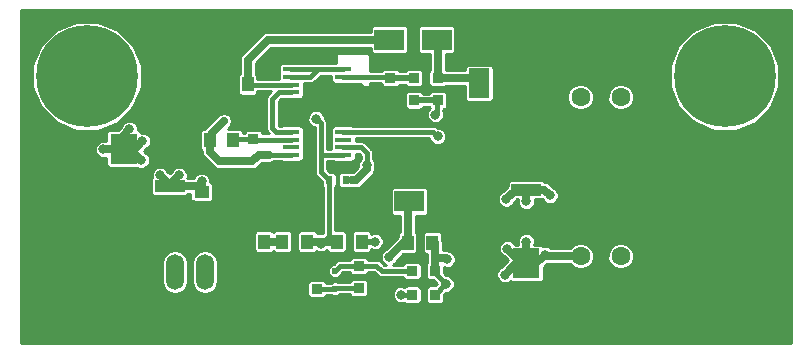
<source format=gtl>
G04 #@! TF.FileFunction,Copper,L1,Top,Signal*
%FSLAX46Y46*%
G04 Gerber Fmt 4.6, Leading zero omitted, Abs format (unit mm)*
G04 Created by KiCad (PCBNEW 4.0.7-e0-6372~58~ubuntu16.10.1) date Tue Oct  3 15:20:14 2017*
%MOMM*%
%LPD*%
G01*
G04 APERTURE LIST*
%ADD10C,0.100000*%
%ADD11R,1.800000X2.500000*%
%ADD12R,1.450000X0.450000*%
%ADD13R,2.300000X2.500000*%
%ADD14R,0.900000X0.900000*%
%ADD15C,8.600000*%
%ADD16C,0.700000*%
%ADD17C,1.600000*%
%ADD18R,1.000000X1.250000*%
%ADD19R,2.500000X1.000000*%
%ADD20R,1.250000X1.000000*%
%ADD21R,0.600000X0.700000*%
%ADD22R,2.500000X1.800000*%
%ADD23R,1.000000X1.300000*%
%ADD24O,1.510000X3.010000*%
%ADD25C,0.800000*%
%ADD26C,0.600000*%
%ADD27C,0.400000*%
%ADD28C,0.250000*%
%ADD29C,0.508000*%
%ADD30C,0.712000*%
%ADD31C,0.254000*%
G04 APERTURE END LIST*
D10*
D11*
X39200000Y-6600000D03*
X39200000Y-2600000D03*
D12*
X27700000Y-12675000D03*
X27700000Y-12025000D03*
X27700000Y-11375000D03*
X27700000Y-10725000D03*
X23300000Y-10725000D03*
X23300000Y-11375000D03*
X23300000Y-12025000D03*
X23300000Y-12675000D03*
X27700000Y-7375000D03*
X27700000Y-6725000D03*
X27700000Y-6075000D03*
X27700000Y-5425000D03*
X23300000Y-5425000D03*
X23300000Y-6075000D03*
X23300000Y-6725000D03*
X23300000Y-7375000D03*
D13*
X43200000Y-21850000D03*
X43200000Y-26150000D03*
X9100000Y-12150000D03*
X9100000Y-16450000D03*
D14*
X20100000Y-11350000D03*
X20100000Y-9450000D03*
X33700000Y-8050000D03*
X33700000Y-6150000D03*
X35700000Y-8050000D03*
X35700000Y-6150000D03*
X31700000Y-6150000D03*
X31700000Y-8050000D03*
X35450000Y-22500000D03*
X33550000Y-22500000D03*
X29000000Y-22050000D03*
X29000000Y-23950000D03*
X33550000Y-24500000D03*
X35450000Y-24500000D03*
X25450000Y-24000000D03*
X23550000Y-24000000D03*
D15*
X60000000Y-6000000D03*
D16*
X63225000Y-6000000D03*
X62280419Y-8280419D03*
X60000000Y-9225000D03*
X57719581Y-8280419D03*
X56775000Y-6000000D03*
X57719581Y-3719581D03*
X60000000Y-2775000D03*
X62280419Y-3719581D03*
D15*
X6000000Y-6000000D03*
D16*
X9225000Y-6000000D03*
X8280419Y-8280419D03*
X6000000Y-9225000D03*
X3719581Y-8280419D03*
X2775000Y-6000000D03*
X3719581Y-3719581D03*
X6000000Y-2775000D03*
X8280419Y-3719581D03*
D15*
X60000000Y-23000000D03*
D16*
X63225000Y-23000000D03*
X62280419Y-25280419D03*
X60000000Y-26225000D03*
X57719581Y-25280419D03*
X56775000Y-23000000D03*
X57719581Y-20719581D03*
X60000000Y-19775000D03*
X62280419Y-20719581D03*
D15*
X6000000Y-23000000D03*
D16*
X9225000Y-23000000D03*
X8280419Y-25280419D03*
X6000000Y-26225000D03*
X3719581Y-25280419D03*
X2775000Y-23000000D03*
X3719581Y-20719581D03*
X6000000Y-19775000D03*
X8280419Y-20719581D03*
D17*
X47800000Y-21235000D03*
X51200000Y-21235000D03*
X47800000Y-7765000D03*
X51200000Y-7765000D03*
D18*
X19000000Y-20000000D03*
X21000000Y-20000000D03*
D19*
X13000000Y-15300000D03*
X13000000Y-18300000D03*
X43200000Y-15600000D03*
X43200000Y-12600000D03*
D18*
X16400000Y-11400000D03*
X18400000Y-11400000D03*
D20*
X15700000Y-15800000D03*
X15700000Y-17800000D03*
D18*
X19600000Y-6700000D03*
X17600000Y-6700000D03*
D21*
X27900000Y-14800000D03*
X26500000Y-14800000D03*
D22*
X33300000Y-16600000D03*
X37300000Y-16600000D03*
X31600000Y-2900000D03*
X35600000Y-2900000D03*
D23*
X22550000Y-20000000D03*
X24650000Y-20000000D03*
X27150000Y-20000000D03*
X29250000Y-20000000D03*
X35250000Y-20100000D03*
X33150000Y-20100000D03*
D24*
X16000000Y-22600000D03*
X13460000Y-22600000D03*
D25*
X31200000Y-24000000D03*
X44800000Y-21100000D03*
X43200000Y-20000000D03*
X41600000Y-20600000D03*
X41400000Y-22800000D03*
X41500000Y-16400000D03*
X43200000Y-16600000D03*
X45200000Y-16100000D03*
X36500000Y-21500000D03*
X35700000Y-11100000D03*
X36400000Y-23600000D03*
X35500000Y-9250000D03*
X25400000Y-9600000D03*
X25800000Y-20200000D03*
X29700000Y-13500000D03*
X10600000Y-13100000D03*
X10700000Y-11500000D03*
X9600000Y-10500000D03*
X7400000Y-12200000D03*
X13800000Y-14400000D03*
X12200000Y-14400000D03*
X15700000Y-14900000D03*
D26*
X17600000Y-9800000D03*
X27000000Y-22500000D03*
X27000000Y-24000000D03*
D25*
X32600000Y-24500000D03*
X31600000Y-21300000D03*
X30400000Y-20000000D03*
D27*
X27700000Y-6075000D02*
X31625000Y-6075000D01*
D28*
X31625000Y-6075000D02*
X31700000Y-6150000D01*
D29*
X33700000Y-6150000D02*
X31700000Y-6150000D01*
D27*
X27700000Y-7375000D02*
X29175000Y-7375000D01*
X29175000Y-7375000D02*
X29850000Y-8050000D01*
X27700000Y-6725000D02*
X29125000Y-6725000D01*
X29850000Y-8050000D02*
X31700000Y-8050000D01*
X29600000Y-7800000D02*
X29850000Y-8050000D01*
X29600000Y-7200000D02*
X29600000Y-7800000D01*
X29125000Y-6725000D02*
X29600000Y-7200000D01*
D30*
X47800000Y-21235000D02*
X44935000Y-21235000D01*
X44800000Y-21100000D02*
X44050000Y-21850000D01*
X44935000Y-21235000D02*
X44800000Y-21100000D01*
X43200000Y-21850000D02*
X44050000Y-21850000D01*
X43200000Y-21850000D02*
X43200000Y-20000000D01*
X43200000Y-21850000D02*
X42850000Y-21850000D01*
X42850000Y-21850000D02*
X41600000Y-20600000D01*
X43200000Y-21850000D02*
X42350000Y-21850000D01*
X42350000Y-21850000D02*
X41400000Y-22800000D01*
X43200000Y-15600000D02*
X42300000Y-15600000D01*
X42300000Y-15600000D02*
X41500000Y-16400000D01*
X43200000Y-15600000D02*
X43200000Y-16600000D01*
X43200000Y-15600000D02*
X44700000Y-15600000D01*
X44700000Y-15600000D02*
X45200000Y-16100000D01*
X35450000Y-21400000D02*
X36400000Y-21400000D01*
X36400000Y-21400000D02*
X36500000Y-21500000D01*
X35250000Y-20100000D02*
X35400000Y-20100000D01*
X35400000Y-20100000D02*
X35450000Y-20150000D01*
X35450000Y-20150000D02*
X35450000Y-21400000D01*
X35450000Y-21400000D02*
X35450000Y-22500000D01*
D27*
X27700000Y-10725000D02*
X35325000Y-10725000D01*
X35325000Y-10725000D02*
X35700000Y-11100000D01*
X36400000Y-23600000D02*
X36350000Y-23600000D01*
X36350000Y-23600000D02*
X35450000Y-24500000D01*
X36400000Y-23600000D02*
X35450000Y-22650000D01*
X35450000Y-22650000D02*
X35450000Y-22500000D01*
D29*
X33700000Y-8050000D02*
X35600000Y-8050000D01*
D28*
X35600000Y-9150000D02*
X35500000Y-9250000D01*
D27*
X35600000Y-8050000D02*
X35600000Y-9150000D01*
D30*
X27150000Y-20000000D02*
X24650000Y-20000000D01*
D27*
X25800000Y-12600000D02*
X25800000Y-14100000D01*
X25800000Y-14100000D02*
X26500000Y-14800000D01*
X25800000Y-12675000D02*
X25800000Y-12600000D01*
X25800000Y-12600000D02*
X25800000Y-10000000D01*
X25800000Y-10000000D02*
X25400000Y-9600000D01*
X26500000Y-14800000D02*
X26500000Y-19500000D01*
X26500000Y-19500000D02*
X25800000Y-20200000D01*
X27700000Y-12675000D02*
X25800000Y-12675000D01*
D29*
X27150000Y-20000000D02*
X26000000Y-20000000D01*
X26000000Y-20000000D02*
X25800000Y-20200000D01*
X24650000Y-20000000D02*
X25600000Y-20000000D01*
X25600000Y-20000000D02*
X25800000Y-20200000D01*
D30*
X28400000Y-14800000D02*
X28800000Y-14800000D01*
D29*
X27900000Y-14800000D02*
X28400000Y-14800000D01*
D30*
X29700000Y-13900000D02*
X29700000Y-13500000D01*
X28800000Y-14800000D02*
X29700000Y-13900000D01*
D27*
X27700000Y-12025000D02*
X29225000Y-12025000D01*
X29225000Y-12025000D02*
X29700000Y-12500000D01*
X29700000Y-12500000D02*
X29700000Y-13500000D01*
D28*
X29225000Y-12025000D02*
X29700000Y-12500000D01*
X29700000Y-12500000D02*
X29700000Y-13500000D01*
D30*
X35700000Y-6150000D02*
X35700000Y-3000000D01*
X35700000Y-3000000D02*
X35600000Y-2900000D01*
X35700000Y-6150000D02*
X38750000Y-6150000D01*
X38750000Y-6150000D02*
X39200000Y-6600000D01*
X9100000Y-12150000D02*
X9650000Y-12150000D01*
X9650000Y-12150000D02*
X10600000Y-13100000D01*
X9100000Y-12150000D02*
X10050000Y-12150000D01*
X10050000Y-12150000D02*
X10700000Y-11500000D01*
X9100000Y-12150000D02*
X9100000Y-11000000D01*
X9100000Y-11000000D02*
X9600000Y-10500000D01*
X9100000Y-12150000D02*
X7450000Y-12150000D01*
X7450000Y-12150000D02*
X7400000Y-12200000D01*
X13000000Y-15300000D02*
X13000000Y-15200000D01*
X13000000Y-15200000D02*
X13800000Y-14400000D01*
X13000000Y-15200000D02*
X12200000Y-14400000D01*
X13000000Y-15300000D02*
X15200000Y-15300000D01*
X15200000Y-15300000D02*
X15700000Y-15800000D01*
X15700000Y-15800000D02*
X15700000Y-14900000D01*
X21400000Y-12675000D02*
X20525000Y-12675000D01*
X16400000Y-11400000D02*
X16400000Y-12400000D01*
X17200000Y-13200000D02*
X20000000Y-13200000D01*
X16400000Y-12400000D02*
X17200000Y-13200000D01*
X20000000Y-13200000D02*
X20525000Y-12675000D01*
X17600000Y-9800000D02*
X16600000Y-10800000D01*
D27*
X20525000Y-12675000D02*
X20000000Y-13200000D01*
X21400000Y-12675000D02*
X23300000Y-12675000D01*
X23300000Y-10725000D02*
X22025000Y-10725000D01*
X22225000Y-7375000D02*
X23300000Y-7375000D01*
X21700000Y-7900000D02*
X22225000Y-7375000D01*
X21700000Y-10400000D02*
X21700000Y-7900000D01*
X22025000Y-10725000D02*
X21700000Y-10400000D01*
X23300000Y-6075000D02*
X24925000Y-6075000D01*
X24925000Y-6075000D02*
X25575000Y-5425000D01*
X27700000Y-5425000D02*
X25575000Y-5425000D01*
X25575000Y-5425000D02*
X23300000Y-5425000D01*
X29000000Y-22050000D02*
X27450000Y-22050000D01*
X27450000Y-22050000D02*
X27000000Y-22500000D01*
X33550000Y-22500000D02*
X30950000Y-22500000D01*
X30950000Y-22500000D02*
X30500000Y-22050000D01*
X30500000Y-22050000D02*
X27450000Y-22050000D01*
X27450000Y-22050000D02*
X27000000Y-22500000D01*
X29000000Y-23950000D02*
X27050000Y-23950000D01*
X27050000Y-23950000D02*
X27000000Y-24000000D01*
X27000000Y-24000000D02*
X25450000Y-24000000D01*
X32600000Y-24500000D02*
X33550000Y-24500000D01*
D30*
X22550000Y-20000000D02*
X21000000Y-20000000D01*
D27*
X20100000Y-11350000D02*
X18450000Y-11350000D01*
X18450000Y-11350000D02*
X18400000Y-11400000D01*
X23300000Y-11375000D02*
X20125000Y-11375000D01*
X20125000Y-11375000D02*
X20100000Y-11350000D01*
D28*
X20125000Y-11375000D02*
X20100000Y-11350000D01*
D30*
X33150000Y-20100000D02*
X33150000Y-16750000D01*
X33150000Y-16750000D02*
X33300000Y-16600000D01*
X33150000Y-20100000D02*
X32800000Y-20100000D01*
X32800000Y-20100000D02*
X31600000Y-21300000D01*
D29*
X30400000Y-20000000D02*
X29250000Y-20000000D01*
D30*
X19600000Y-6700000D02*
X19600000Y-4600000D01*
X21300000Y-2900000D02*
X31600000Y-2900000D01*
X19600000Y-4600000D02*
X21300000Y-2900000D01*
D27*
X23300000Y-6725000D02*
X19625000Y-6725000D01*
X19625000Y-6725000D02*
X19600000Y-6700000D01*
D31*
G36*
X65598000Y-28598000D02*
X402000Y-28598000D01*
X402000Y-26359073D01*
X5322883Y-26359073D01*
X5425733Y-26607989D01*
X5616010Y-26798598D01*
X5864746Y-26901882D01*
X6134073Y-26902117D01*
X6382989Y-26799267D01*
X6573598Y-26608990D01*
X6676882Y-26360254D01*
X6676883Y-26359073D01*
X59322883Y-26359073D01*
X59425733Y-26607989D01*
X59616010Y-26798598D01*
X59864746Y-26901882D01*
X60134073Y-26902117D01*
X60382989Y-26799267D01*
X60573598Y-26608990D01*
X60676882Y-26360254D01*
X60677117Y-26090927D01*
X60574267Y-25842011D01*
X60383990Y-25651402D01*
X60135254Y-25548118D01*
X59865927Y-25547883D01*
X59617011Y-25650733D01*
X59426402Y-25841010D01*
X59323118Y-26089746D01*
X59322883Y-26359073D01*
X6676883Y-26359073D01*
X6677117Y-26090927D01*
X6574267Y-25842011D01*
X6383990Y-25651402D01*
X6135254Y-25548118D01*
X5865927Y-25547883D01*
X5617011Y-25650733D01*
X5426402Y-25841010D01*
X5323118Y-26089746D01*
X5322883Y-26359073D01*
X402000Y-26359073D01*
X402000Y-25414492D01*
X3042464Y-25414492D01*
X3145314Y-25663408D01*
X3335591Y-25854017D01*
X3584327Y-25957301D01*
X3853654Y-25957536D01*
X4102570Y-25854686D01*
X4293179Y-25664409D01*
X4396463Y-25415673D01*
X4396464Y-25414492D01*
X7603302Y-25414492D01*
X7706152Y-25663408D01*
X7896429Y-25854017D01*
X8145165Y-25957301D01*
X8414492Y-25957536D01*
X8663408Y-25854686D01*
X8854017Y-25664409D01*
X8957301Y-25415673D01*
X8957302Y-25414492D01*
X57042464Y-25414492D01*
X57145314Y-25663408D01*
X57335591Y-25854017D01*
X57584327Y-25957301D01*
X57853654Y-25957536D01*
X58102570Y-25854686D01*
X58293179Y-25664409D01*
X58396463Y-25415673D01*
X58396464Y-25414492D01*
X61603302Y-25414492D01*
X61706152Y-25663408D01*
X61896429Y-25854017D01*
X62145165Y-25957301D01*
X62414492Y-25957536D01*
X62663408Y-25854686D01*
X62854017Y-25664409D01*
X62957301Y-25415673D01*
X62957536Y-25146346D01*
X62854686Y-24897430D01*
X62664409Y-24706821D01*
X62415673Y-24603537D01*
X62146346Y-24603302D01*
X61897430Y-24706152D01*
X61706821Y-24896429D01*
X61603537Y-25145165D01*
X61603302Y-25414492D01*
X58396464Y-25414492D01*
X58396698Y-25146346D01*
X58293848Y-24897430D01*
X58103571Y-24706821D01*
X57854835Y-24603537D01*
X57585508Y-24603302D01*
X57336592Y-24706152D01*
X57145983Y-24896429D01*
X57042699Y-25145165D01*
X57042464Y-25414492D01*
X8957302Y-25414492D01*
X8957536Y-25146346D01*
X8854686Y-24897430D01*
X8664409Y-24706821D01*
X8415673Y-24603537D01*
X8146346Y-24603302D01*
X7897430Y-24706152D01*
X7706821Y-24896429D01*
X7603537Y-25145165D01*
X7603302Y-25414492D01*
X4396464Y-25414492D01*
X4396698Y-25146346D01*
X4293848Y-24897430D01*
X4103571Y-24706821D01*
X3854835Y-24603537D01*
X3585508Y-24603302D01*
X3336592Y-24706152D01*
X3145983Y-24896429D01*
X3042699Y-25145165D01*
X3042464Y-25414492D01*
X402000Y-25414492D01*
X402000Y-23134073D01*
X2097883Y-23134073D01*
X2200733Y-23382989D01*
X2391010Y-23573598D01*
X2639746Y-23676882D01*
X2909073Y-23677117D01*
X3157989Y-23574267D01*
X3348598Y-23383990D01*
X3451882Y-23135254D01*
X3451883Y-23134073D01*
X8547883Y-23134073D01*
X8650733Y-23382989D01*
X8841010Y-23573598D01*
X9089746Y-23676882D01*
X9359073Y-23677117D01*
X9607989Y-23574267D01*
X9798598Y-23383990D01*
X9901882Y-23135254D01*
X9902117Y-22865927D01*
X9799267Y-22617011D01*
X9608990Y-22426402D01*
X9360254Y-22323118D01*
X9090927Y-22322883D01*
X8842011Y-22425733D01*
X8651402Y-22616010D01*
X8548118Y-22864746D01*
X8547883Y-23134073D01*
X3451883Y-23134073D01*
X3452117Y-22865927D01*
X3349267Y-22617011D01*
X3158990Y-22426402D01*
X2910254Y-22323118D01*
X2640927Y-22322883D01*
X2392011Y-22425733D01*
X2201402Y-22616010D01*
X2098118Y-22864746D01*
X2097883Y-23134073D01*
X402000Y-23134073D01*
X402000Y-21814109D01*
X12378000Y-21814109D01*
X12378000Y-23385891D01*
X12460362Y-23799954D01*
X12694910Y-24150981D01*
X13045937Y-24385529D01*
X13460000Y-24467891D01*
X13874063Y-24385529D01*
X14225090Y-24150981D01*
X14459638Y-23799954D01*
X14542000Y-23385891D01*
X14542000Y-21814109D01*
X14918000Y-21814109D01*
X14918000Y-23385891D01*
X15000362Y-23799954D01*
X15234910Y-24150981D01*
X15585937Y-24385529D01*
X16000000Y-24467891D01*
X16414063Y-24385529D01*
X16765090Y-24150981D01*
X16999638Y-23799954D01*
X17049356Y-23550000D01*
X24666594Y-23550000D01*
X24666594Y-24450000D01*
X24689395Y-24571179D01*
X24761012Y-24682474D01*
X24870286Y-24757138D01*
X25000000Y-24783406D01*
X25900000Y-24783406D01*
X26021179Y-24760605D01*
X26132474Y-24688988D01*
X26207138Y-24579714D01*
X26217813Y-24527000D01*
X26640141Y-24527000D01*
X26644369Y-24531235D01*
X26874735Y-24626891D01*
X27124171Y-24627109D01*
X27354703Y-24531855D01*
X27409654Y-24477000D01*
X28231082Y-24477000D01*
X28239395Y-24521179D01*
X28311012Y-24632474D01*
X28420286Y-24707138D01*
X28550000Y-24733406D01*
X29450000Y-24733406D01*
X29571179Y-24710605D01*
X29674724Y-24643975D01*
X31872874Y-24643975D01*
X31983320Y-24911275D01*
X32187650Y-25115961D01*
X32454756Y-25226874D01*
X32743975Y-25227126D01*
X32859128Y-25179546D01*
X32861012Y-25182474D01*
X32970286Y-25257138D01*
X33100000Y-25283406D01*
X34000000Y-25283406D01*
X34121179Y-25260605D01*
X34232474Y-25188988D01*
X34307138Y-25079714D01*
X34333406Y-24950000D01*
X34333406Y-24050000D01*
X34310605Y-23928821D01*
X34238988Y-23817526D01*
X34129714Y-23742862D01*
X34000000Y-23716594D01*
X33100000Y-23716594D01*
X32978821Y-23739395D01*
X32867526Y-23811012D01*
X32860665Y-23821053D01*
X32745244Y-23773126D01*
X32456025Y-23772874D01*
X32188725Y-23883320D01*
X31984039Y-24087650D01*
X31873126Y-24354756D01*
X31872874Y-24643975D01*
X29674724Y-24643975D01*
X29682474Y-24638988D01*
X29757138Y-24529714D01*
X29783406Y-24400000D01*
X29783406Y-23500000D01*
X29760605Y-23378821D01*
X29688988Y-23267526D01*
X29579714Y-23192862D01*
X29450000Y-23166594D01*
X28550000Y-23166594D01*
X28428821Y-23189395D01*
X28317526Y-23261012D01*
X28242862Y-23370286D01*
X28232187Y-23423000D01*
X27245416Y-23423000D01*
X27125265Y-23373109D01*
X26875829Y-23372891D01*
X26645297Y-23468145D01*
X26640434Y-23473000D01*
X26218918Y-23473000D01*
X26210605Y-23428821D01*
X26138988Y-23317526D01*
X26029714Y-23242862D01*
X25900000Y-23216594D01*
X25000000Y-23216594D01*
X24878821Y-23239395D01*
X24767526Y-23311012D01*
X24692862Y-23420286D01*
X24666594Y-23550000D01*
X17049356Y-23550000D01*
X17082000Y-23385891D01*
X17082000Y-22624171D01*
X26372891Y-22624171D01*
X26468145Y-22854703D01*
X26644369Y-23031235D01*
X26874735Y-23126891D01*
X27124171Y-23127109D01*
X27354703Y-23031855D01*
X27531235Y-22855631D01*
X27626891Y-22625265D01*
X27626897Y-22618393D01*
X27668290Y-22577000D01*
X28231082Y-22577000D01*
X28239395Y-22621179D01*
X28311012Y-22732474D01*
X28420286Y-22807138D01*
X28550000Y-22833406D01*
X29450000Y-22833406D01*
X29571179Y-22810605D01*
X29682474Y-22738988D01*
X29757138Y-22629714D01*
X29767813Y-22577000D01*
X30281710Y-22577000D01*
X30577355Y-22872645D01*
X30748325Y-22986885D01*
X30950000Y-23027000D01*
X32781082Y-23027000D01*
X32789395Y-23071179D01*
X32861012Y-23182474D01*
X32970286Y-23257138D01*
X33100000Y-23283406D01*
X34000000Y-23283406D01*
X34121179Y-23260605D01*
X34232474Y-23188988D01*
X34307138Y-23079714D01*
X34333406Y-22950000D01*
X34333406Y-22050000D01*
X34310605Y-21928821D01*
X34238988Y-21817526D01*
X34129714Y-21742862D01*
X34000000Y-21716594D01*
X33100000Y-21716594D01*
X32978821Y-21739395D01*
X32867526Y-21811012D01*
X32792862Y-21920286D01*
X32782187Y-21973000D01*
X31874970Y-21973000D01*
X32011275Y-21916680D01*
X32215961Y-21712350D01*
X32260274Y-21605634D01*
X32782502Y-21083406D01*
X33650000Y-21083406D01*
X33771179Y-21060605D01*
X33882474Y-20988988D01*
X33957138Y-20879714D01*
X33983406Y-20750000D01*
X33983406Y-19450000D01*
X34416594Y-19450000D01*
X34416594Y-20750000D01*
X34439395Y-20871179D01*
X34511012Y-20982474D01*
X34620286Y-21057138D01*
X34750000Y-21083406D01*
X34767000Y-21083406D01*
X34767000Y-21811782D01*
X34692862Y-21920286D01*
X34666594Y-22050000D01*
X34666594Y-22950000D01*
X34689395Y-23071179D01*
X34761012Y-23182474D01*
X34870286Y-23257138D01*
X35000000Y-23283406D01*
X35338116Y-23283406D01*
X35629710Y-23575000D01*
X35488116Y-23716594D01*
X35000000Y-23716594D01*
X34878821Y-23739395D01*
X34767526Y-23811012D01*
X34692862Y-23920286D01*
X34666594Y-24050000D01*
X34666594Y-24950000D01*
X34689395Y-25071179D01*
X34761012Y-25182474D01*
X34870286Y-25257138D01*
X35000000Y-25283406D01*
X35900000Y-25283406D01*
X36021179Y-25260605D01*
X36132474Y-25188988D01*
X36207138Y-25079714D01*
X36233406Y-24950000D01*
X36233406Y-24461884D01*
X36368317Y-24326973D01*
X36543975Y-24327126D01*
X36811275Y-24216680D01*
X37015961Y-24012350D01*
X37126874Y-23745244D01*
X37127126Y-23456025D01*
X37016680Y-23188725D01*
X36812350Y-22984039D01*
X36715866Y-22943975D01*
X40672874Y-22943975D01*
X40783320Y-23211275D01*
X40987650Y-23415961D01*
X41254756Y-23526874D01*
X41543975Y-23527126D01*
X41811275Y-23416680D01*
X41861245Y-23366797D01*
X41920286Y-23407138D01*
X42050000Y-23433406D01*
X44350000Y-23433406D01*
X44471179Y-23410605D01*
X44582474Y-23338988D01*
X44657138Y-23229714D01*
X44676505Y-23134073D01*
X56097883Y-23134073D01*
X56200733Y-23382989D01*
X56391010Y-23573598D01*
X56639746Y-23676882D01*
X56909073Y-23677117D01*
X57157989Y-23574267D01*
X57348598Y-23383990D01*
X57451882Y-23135254D01*
X57451883Y-23134073D01*
X62547883Y-23134073D01*
X62650733Y-23382989D01*
X62841010Y-23573598D01*
X63089746Y-23676882D01*
X63359073Y-23677117D01*
X63607989Y-23574267D01*
X63798598Y-23383990D01*
X63901882Y-23135254D01*
X63902117Y-22865927D01*
X63799267Y-22617011D01*
X63608990Y-22426402D01*
X63360254Y-22323118D01*
X63090927Y-22322883D01*
X62842011Y-22425733D01*
X62651402Y-22616010D01*
X62548118Y-22864746D01*
X62547883Y-23134073D01*
X57451883Y-23134073D01*
X57452117Y-22865927D01*
X57349267Y-22617011D01*
X57158990Y-22426402D01*
X56910254Y-22323118D01*
X56640927Y-22322883D01*
X56392011Y-22425733D01*
X56201402Y-22616010D01*
X56098118Y-22864746D01*
X56097883Y-23134073D01*
X44676505Y-23134073D01*
X44683406Y-23100000D01*
X44683406Y-22182502D01*
X44947908Y-21918000D01*
X46889380Y-21918000D01*
X47160772Y-22189867D01*
X47574842Y-22361804D01*
X48023191Y-22362195D01*
X48437560Y-22190981D01*
X48754867Y-21874228D01*
X48926804Y-21460158D01*
X48926805Y-21458191D01*
X50072805Y-21458191D01*
X50244019Y-21872560D01*
X50560772Y-22189867D01*
X50974842Y-22361804D01*
X51423191Y-22362195D01*
X51837560Y-22190981D01*
X52154867Y-21874228D01*
X52326804Y-21460158D01*
X52327195Y-21011809D01*
X52261847Y-20853654D01*
X57042464Y-20853654D01*
X57145314Y-21102570D01*
X57335591Y-21293179D01*
X57584327Y-21396463D01*
X57853654Y-21396698D01*
X58102570Y-21293848D01*
X58293179Y-21103571D01*
X58396463Y-20854835D01*
X58396464Y-20853654D01*
X61603302Y-20853654D01*
X61706152Y-21102570D01*
X61896429Y-21293179D01*
X62145165Y-21396463D01*
X62414492Y-21396698D01*
X62663408Y-21293848D01*
X62854017Y-21103571D01*
X62957301Y-20854835D01*
X62957536Y-20585508D01*
X62854686Y-20336592D01*
X62664409Y-20145983D01*
X62415673Y-20042699D01*
X62146346Y-20042464D01*
X61897430Y-20145314D01*
X61706821Y-20335591D01*
X61603537Y-20584327D01*
X61603302Y-20853654D01*
X58396464Y-20853654D01*
X58396698Y-20585508D01*
X58293848Y-20336592D01*
X58103571Y-20145983D01*
X57854835Y-20042699D01*
X57585508Y-20042464D01*
X57336592Y-20145314D01*
X57145983Y-20335591D01*
X57042699Y-20584327D01*
X57042464Y-20853654D01*
X52261847Y-20853654D01*
X52155981Y-20597440D01*
X51839228Y-20280133D01*
X51425158Y-20108196D01*
X50976809Y-20107805D01*
X50562440Y-20279019D01*
X50245133Y-20595772D01*
X50073196Y-21009842D01*
X50072805Y-21458191D01*
X48926805Y-21458191D01*
X48927195Y-21011809D01*
X48755981Y-20597440D01*
X48439228Y-20280133D01*
X48025158Y-20108196D01*
X47576809Y-20107805D01*
X47162440Y-20279019D01*
X46888982Y-20552000D01*
X45280193Y-20552000D01*
X45212350Y-20484039D01*
X44945244Y-20373126D01*
X44656025Y-20372874D01*
X44605787Y-20393632D01*
X44588988Y-20367526D01*
X44479714Y-20292862D01*
X44350000Y-20266594D01*
X43883000Y-20266594D01*
X43883000Y-20250903D01*
X43926874Y-20145244D01*
X43927079Y-19909073D01*
X59322883Y-19909073D01*
X59425733Y-20157989D01*
X59616010Y-20348598D01*
X59864746Y-20451882D01*
X60134073Y-20452117D01*
X60382989Y-20349267D01*
X60573598Y-20158990D01*
X60676882Y-19910254D01*
X60677117Y-19640927D01*
X60574267Y-19392011D01*
X60383990Y-19201402D01*
X60135254Y-19098118D01*
X59865927Y-19097883D01*
X59617011Y-19200733D01*
X59426402Y-19391010D01*
X59323118Y-19639746D01*
X59322883Y-19909073D01*
X43927079Y-19909073D01*
X43927126Y-19856025D01*
X43816680Y-19588725D01*
X43612350Y-19384039D01*
X43345244Y-19273126D01*
X43056025Y-19272874D01*
X42788725Y-19383320D01*
X42584039Y-19587650D01*
X42473126Y-19854756D01*
X42472874Y-20143975D01*
X42517000Y-20250768D01*
X42517000Y-20266594D01*
X42248855Y-20266594D01*
X42216680Y-20188725D01*
X42012350Y-19984039D01*
X41745244Y-19873126D01*
X41456025Y-19872874D01*
X41188725Y-19983320D01*
X40984039Y-20187650D01*
X40873126Y-20454756D01*
X40872874Y-20743975D01*
X40983320Y-21011275D01*
X41187650Y-21215961D01*
X41294366Y-21260274D01*
X41634092Y-21600000D01*
X41094461Y-22139631D01*
X40988725Y-22183320D01*
X40784039Y-22387650D01*
X40673126Y-22654756D01*
X40672874Y-22943975D01*
X36715866Y-22943975D01*
X36545244Y-22873126D01*
X36418305Y-22873015D01*
X36233406Y-22688116D01*
X36233406Y-22176485D01*
X36354756Y-22226874D01*
X36643975Y-22227126D01*
X36911275Y-22116680D01*
X37115961Y-21912350D01*
X37226874Y-21645244D01*
X37227126Y-21356025D01*
X37116680Y-21088725D01*
X36912350Y-20884039D01*
X36704203Y-20797608D01*
X36661373Y-20768990D01*
X36400000Y-20717000D01*
X36133000Y-20717000D01*
X36133000Y-20150000D01*
X36083406Y-19900673D01*
X36083406Y-19450000D01*
X36060605Y-19328821D01*
X35988988Y-19217526D01*
X35879714Y-19142862D01*
X35750000Y-19116594D01*
X34750000Y-19116594D01*
X34628821Y-19139395D01*
X34517526Y-19211012D01*
X34442862Y-19320286D01*
X34416594Y-19450000D01*
X33983406Y-19450000D01*
X33960605Y-19328821D01*
X33888988Y-19217526D01*
X33833000Y-19179271D01*
X33833000Y-17833406D01*
X34550000Y-17833406D01*
X34671179Y-17810605D01*
X34782474Y-17738988D01*
X34857138Y-17629714D01*
X34883406Y-17500000D01*
X34883406Y-16543975D01*
X40772874Y-16543975D01*
X40883320Y-16811275D01*
X41087650Y-17015961D01*
X41354756Y-17126874D01*
X41643975Y-17127126D01*
X41911275Y-17016680D01*
X42115961Y-16812350D01*
X42160274Y-16705634D01*
X42432502Y-16433406D01*
X42481991Y-16433406D01*
X42473126Y-16454756D01*
X42472874Y-16743975D01*
X42583320Y-17011275D01*
X42787650Y-17215961D01*
X43054756Y-17326874D01*
X43343975Y-17327126D01*
X43611275Y-17216680D01*
X43815961Y-17012350D01*
X43926874Y-16745244D01*
X43927126Y-16456025D01*
X43917780Y-16433406D01*
X44450000Y-16433406D01*
X44543849Y-16415747D01*
X44583320Y-16511275D01*
X44787650Y-16715961D01*
X45054756Y-16826874D01*
X45343975Y-16827126D01*
X45611275Y-16716680D01*
X45815961Y-16512350D01*
X45926874Y-16245244D01*
X45927126Y-15956025D01*
X45816680Y-15688725D01*
X45612350Y-15484039D01*
X45505634Y-15439726D01*
X45182954Y-15117046D01*
X44961373Y-14968990D01*
X44723881Y-14921750D01*
X44688988Y-14867526D01*
X44579714Y-14792862D01*
X44450000Y-14766594D01*
X41950000Y-14766594D01*
X41828821Y-14789395D01*
X41717526Y-14861012D01*
X41642862Y-14970286D01*
X41616594Y-15100000D01*
X41616594Y-15317498D01*
X41194461Y-15739631D01*
X41088725Y-15783320D01*
X40884039Y-15987650D01*
X40773126Y-16254756D01*
X40772874Y-16543975D01*
X34883406Y-16543975D01*
X34883406Y-15700000D01*
X34860605Y-15578821D01*
X34788988Y-15467526D01*
X34679714Y-15392862D01*
X34550000Y-15366594D01*
X32050000Y-15366594D01*
X31928821Y-15389395D01*
X31817526Y-15461012D01*
X31742862Y-15570286D01*
X31716594Y-15700000D01*
X31716594Y-17500000D01*
X31739395Y-17621179D01*
X31811012Y-17732474D01*
X31920286Y-17807138D01*
X32050000Y-17833406D01*
X32467000Y-17833406D01*
X32467000Y-19179176D01*
X32417526Y-19211012D01*
X32342862Y-19320286D01*
X32316594Y-19450000D01*
X32316594Y-19617498D01*
X31294461Y-20639631D01*
X31188725Y-20683320D01*
X30984039Y-20887650D01*
X30873126Y-21154756D01*
X30872874Y-21443975D01*
X30983320Y-21711275D01*
X31187650Y-21915961D01*
X31325014Y-21973000D01*
X31168290Y-21973000D01*
X30872645Y-21677355D01*
X30701675Y-21563115D01*
X30500000Y-21523000D01*
X29768918Y-21523000D01*
X29760605Y-21478821D01*
X29688988Y-21367526D01*
X29579714Y-21292862D01*
X29450000Y-21266594D01*
X28550000Y-21266594D01*
X28428821Y-21289395D01*
X28317526Y-21361012D01*
X28242862Y-21470286D01*
X28232187Y-21523000D01*
X27450000Y-21523000D01*
X27248325Y-21563115D01*
X27077355Y-21677355D01*
X26881814Y-21872896D01*
X26875829Y-21872891D01*
X26645297Y-21968145D01*
X26468765Y-22144369D01*
X26373109Y-22374735D01*
X26372891Y-22624171D01*
X17082000Y-22624171D01*
X17082000Y-21814109D01*
X16999638Y-21400046D01*
X16765090Y-21049019D01*
X16414063Y-20814471D01*
X16000000Y-20732109D01*
X15585937Y-20814471D01*
X15234910Y-21049019D01*
X15000362Y-21400046D01*
X14918000Y-21814109D01*
X14542000Y-21814109D01*
X14459638Y-21400046D01*
X14225090Y-21049019D01*
X13874063Y-20814471D01*
X13460000Y-20732109D01*
X13045937Y-20814471D01*
X12694910Y-21049019D01*
X12460362Y-21400046D01*
X12378000Y-21814109D01*
X402000Y-21814109D01*
X402000Y-20853654D01*
X3042464Y-20853654D01*
X3145314Y-21102570D01*
X3335591Y-21293179D01*
X3584327Y-21396463D01*
X3853654Y-21396698D01*
X4102570Y-21293848D01*
X4293179Y-21103571D01*
X4396463Y-20854835D01*
X4396464Y-20853654D01*
X7603302Y-20853654D01*
X7706152Y-21102570D01*
X7896429Y-21293179D01*
X8145165Y-21396463D01*
X8414492Y-21396698D01*
X8663408Y-21293848D01*
X8854017Y-21103571D01*
X8957301Y-20854835D01*
X8957536Y-20585508D01*
X8854686Y-20336592D01*
X8664409Y-20145983D01*
X8415673Y-20042699D01*
X8146346Y-20042464D01*
X7897430Y-20145314D01*
X7706821Y-20335591D01*
X7603537Y-20584327D01*
X7603302Y-20853654D01*
X4396464Y-20853654D01*
X4396698Y-20585508D01*
X4293848Y-20336592D01*
X4103571Y-20145983D01*
X3854835Y-20042699D01*
X3585508Y-20042464D01*
X3336592Y-20145314D01*
X3145983Y-20335591D01*
X3042699Y-20584327D01*
X3042464Y-20853654D01*
X402000Y-20853654D01*
X402000Y-19909073D01*
X5322883Y-19909073D01*
X5425733Y-20157989D01*
X5616010Y-20348598D01*
X5864746Y-20451882D01*
X6134073Y-20452117D01*
X6382989Y-20349267D01*
X6573598Y-20158990D01*
X6676882Y-19910254D01*
X6677117Y-19640927D01*
X6574267Y-19392011D01*
X6557286Y-19375000D01*
X20166594Y-19375000D01*
X20166594Y-20625000D01*
X20189395Y-20746179D01*
X20261012Y-20857474D01*
X20370286Y-20932138D01*
X20500000Y-20958406D01*
X21500000Y-20958406D01*
X21621179Y-20935605D01*
X21732474Y-20863988D01*
X21766794Y-20813759D01*
X21811012Y-20882474D01*
X21920286Y-20957138D01*
X22050000Y-20983406D01*
X23050000Y-20983406D01*
X23171179Y-20960605D01*
X23282474Y-20888988D01*
X23357138Y-20779714D01*
X23383406Y-20650000D01*
X23383406Y-19350000D01*
X23816594Y-19350000D01*
X23816594Y-20650000D01*
X23839395Y-20771179D01*
X23911012Y-20882474D01*
X24020286Y-20957138D01*
X24150000Y-20983406D01*
X25150000Y-20983406D01*
X25271179Y-20960605D01*
X25382474Y-20888988D01*
X25422487Y-20830427D01*
X25654756Y-20926874D01*
X25943975Y-20927126D01*
X26211275Y-20816680D01*
X26326343Y-20701812D01*
X26339395Y-20771179D01*
X26411012Y-20882474D01*
X26520286Y-20957138D01*
X26650000Y-20983406D01*
X27650000Y-20983406D01*
X27771179Y-20960605D01*
X27882474Y-20888988D01*
X27957138Y-20779714D01*
X27983406Y-20650000D01*
X27983406Y-19350000D01*
X28416594Y-19350000D01*
X28416594Y-20650000D01*
X28439395Y-20771179D01*
X28511012Y-20882474D01*
X28620286Y-20957138D01*
X28750000Y-20983406D01*
X29750000Y-20983406D01*
X29871179Y-20960605D01*
X29982474Y-20888988D01*
X30057138Y-20779714D01*
X30082337Y-20655279D01*
X30254756Y-20726874D01*
X30543975Y-20727126D01*
X30811275Y-20616680D01*
X31015961Y-20412350D01*
X31126874Y-20145244D01*
X31127126Y-19856025D01*
X31016680Y-19588725D01*
X30812350Y-19384039D01*
X30545244Y-19273126D01*
X30256025Y-19272874D01*
X30082393Y-19344617D01*
X30060605Y-19228821D01*
X29988988Y-19117526D01*
X29879714Y-19042862D01*
X29750000Y-19016594D01*
X28750000Y-19016594D01*
X28628821Y-19039395D01*
X28517526Y-19111012D01*
X28442862Y-19220286D01*
X28416594Y-19350000D01*
X27983406Y-19350000D01*
X27960605Y-19228821D01*
X27888988Y-19117526D01*
X27779714Y-19042862D01*
X27650000Y-19016594D01*
X27027000Y-19016594D01*
X27027000Y-15392510D01*
X27032474Y-15388988D01*
X27107138Y-15279714D01*
X27133406Y-15150000D01*
X27133406Y-14450000D01*
X27110605Y-14328821D01*
X27038988Y-14217526D01*
X26929714Y-14142862D01*
X26800000Y-14116594D01*
X26561885Y-14116594D01*
X26327000Y-13881710D01*
X26327000Y-13202000D01*
X26837766Y-13202000D01*
X26845286Y-13207138D01*
X26975000Y-13233406D01*
X28425000Y-13233406D01*
X28546179Y-13210605D01*
X28657474Y-13138988D01*
X28732138Y-13029714D01*
X28758406Y-12900000D01*
X28758406Y-12552000D01*
X29006710Y-12552000D01*
X29173000Y-12718291D01*
X29173000Y-12998844D01*
X29084039Y-13087650D01*
X28973126Y-13354756D01*
X28972874Y-13643975D01*
X28977916Y-13656176D01*
X28517092Y-14117000D01*
X28400000Y-14117000D01*
X28300116Y-14136868D01*
X28200000Y-14116594D01*
X27600000Y-14116594D01*
X27478821Y-14139395D01*
X27367526Y-14211012D01*
X27292862Y-14320286D01*
X27266594Y-14450000D01*
X27266594Y-15150000D01*
X27289395Y-15271179D01*
X27361012Y-15382474D01*
X27470286Y-15457138D01*
X27600000Y-15483406D01*
X28200000Y-15483406D01*
X28303827Y-15463870D01*
X28400000Y-15483000D01*
X28800000Y-15483000D01*
X29061373Y-15431010D01*
X29282954Y-15282954D01*
X30182954Y-14382954D01*
X30331010Y-14161373D01*
X30383000Y-13900000D01*
X30383000Y-13750903D01*
X30426874Y-13645244D01*
X30427126Y-13356025D01*
X30316680Y-13088725D01*
X30227000Y-12998889D01*
X30227000Y-12500000D01*
X30186885Y-12298326D01*
X30119831Y-12197973D01*
X30072645Y-12127354D01*
X29597645Y-11652355D01*
X29426675Y-11538115D01*
X29225000Y-11498000D01*
X28758406Y-11498000D01*
X28758406Y-11252000D01*
X34976190Y-11252000D01*
X35083320Y-11511275D01*
X35287650Y-11715961D01*
X35554756Y-11826874D01*
X35843975Y-11827126D01*
X36111275Y-11716680D01*
X36315961Y-11512350D01*
X36426874Y-11245244D01*
X36427126Y-10956025D01*
X36316680Y-10688725D01*
X36112350Y-10484039D01*
X35845244Y-10373126D01*
X35718305Y-10373015D01*
X35697645Y-10352355D01*
X35526675Y-10238115D01*
X35325000Y-10198000D01*
X28562234Y-10198000D01*
X28554714Y-10192862D01*
X28425000Y-10166594D01*
X26975000Y-10166594D01*
X26853821Y-10189395D01*
X26742526Y-10261012D01*
X26667862Y-10370286D01*
X26641594Y-10500000D01*
X26641594Y-10950000D01*
X26661101Y-11053673D01*
X26641594Y-11150000D01*
X26641594Y-11600000D01*
X26661101Y-11703673D01*
X26641594Y-11800000D01*
X26641594Y-12148000D01*
X26327000Y-12148000D01*
X26327000Y-10000000D01*
X26286885Y-9798326D01*
X26199532Y-9667594D01*
X26172645Y-9627354D01*
X26127016Y-9581726D01*
X26127126Y-9456025D01*
X26016680Y-9188725D01*
X25812350Y-8984039D01*
X25545244Y-8873126D01*
X25256025Y-8872874D01*
X24988725Y-8983320D01*
X24784039Y-9187650D01*
X24673126Y-9454756D01*
X24672874Y-9743975D01*
X24783320Y-10011275D01*
X24987650Y-10215961D01*
X25254756Y-10326874D01*
X25273000Y-10326890D01*
X25273000Y-14100000D01*
X25313115Y-14301675D01*
X25427355Y-14472645D01*
X25866594Y-14911885D01*
X25866594Y-15150000D01*
X25889395Y-15271179D01*
X25961012Y-15382474D01*
X25973000Y-15390665D01*
X25973000Y-19281709D01*
X25937709Y-19317000D01*
X25477197Y-19317000D01*
X25460605Y-19228821D01*
X25388988Y-19117526D01*
X25279714Y-19042862D01*
X25150000Y-19016594D01*
X24150000Y-19016594D01*
X24028821Y-19039395D01*
X23917526Y-19111012D01*
X23842862Y-19220286D01*
X23816594Y-19350000D01*
X23383406Y-19350000D01*
X23360605Y-19228821D01*
X23288988Y-19117526D01*
X23179714Y-19042862D01*
X23050000Y-19016594D01*
X22050000Y-19016594D01*
X21928821Y-19039395D01*
X21817526Y-19111012D01*
X21766636Y-19185492D01*
X21738988Y-19142526D01*
X21629714Y-19067862D01*
X21500000Y-19041594D01*
X20500000Y-19041594D01*
X20378821Y-19064395D01*
X20267526Y-19136012D01*
X20192862Y-19245286D01*
X20166594Y-19375000D01*
X6557286Y-19375000D01*
X6383990Y-19201402D01*
X6135254Y-19098118D01*
X5865927Y-19097883D01*
X5617011Y-19200733D01*
X5426402Y-19391010D01*
X5323118Y-19639746D01*
X5322883Y-19909073D01*
X402000Y-19909073D01*
X402000Y-14800000D01*
X11416594Y-14800000D01*
X11416594Y-15800000D01*
X11439395Y-15921179D01*
X11511012Y-16032474D01*
X11620286Y-16107138D01*
X11750000Y-16133406D01*
X14250000Y-16133406D01*
X14371179Y-16110605D01*
X14482474Y-16038988D01*
X14520729Y-15983000D01*
X14741594Y-15983000D01*
X14741594Y-16300000D01*
X14764395Y-16421179D01*
X14836012Y-16532474D01*
X14945286Y-16607138D01*
X15075000Y-16633406D01*
X16325000Y-16633406D01*
X16446179Y-16610605D01*
X16557474Y-16538988D01*
X16632138Y-16429714D01*
X16658406Y-16300000D01*
X16658406Y-15300000D01*
X16635605Y-15178821D01*
X16563988Y-15067526D01*
X16454714Y-14992862D01*
X16426925Y-14987234D01*
X16427126Y-14756025D01*
X16316680Y-14488725D01*
X16112350Y-14284039D01*
X15845244Y-14173126D01*
X15556025Y-14172874D01*
X15288725Y-14283320D01*
X15084039Y-14487650D01*
X15030328Y-14617000D01*
X14520824Y-14617000D01*
X14506391Y-14594571D01*
X14526874Y-14545244D01*
X14527126Y-14256025D01*
X14416680Y-13988725D01*
X14212350Y-13784039D01*
X13945244Y-13673126D01*
X13656025Y-13672874D01*
X13388725Y-13783320D01*
X13184039Y-13987650D01*
X13139726Y-14094366D01*
X13000000Y-14234092D01*
X12860369Y-14094461D01*
X12816680Y-13988725D01*
X12612350Y-13784039D01*
X12345244Y-13673126D01*
X12056025Y-13672874D01*
X11788725Y-13783320D01*
X11584039Y-13987650D01*
X11473126Y-14254756D01*
X11472874Y-14543975D01*
X11494087Y-14595315D01*
X11442862Y-14670286D01*
X11416594Y-14800000D01*
X402000Y-14800000D01*
X402000Y-12343975D01*
X6672874Y-12343975D01*
X6783320Y-12611275D01*
X6987650Y-12815961D01*
X7254756Y-12926874D01*
X7543975Y-12927126D01*
X7616594Y-12897120D01*
X7616594Y-13400000D01*
X7639395Y-13521179D01*
X7711012Y-13632474D01*
X7820286Y-13707138D01*
X7950000Y-13733406D01*
X10229662Y-13733406D01*
X10454756Y-13826874D01*
X10743975Y-13827126D01*
X11011275Y-13716680D01*
X11215961Y-13512350D01*
X11326874Y-13245244D01*
X11327126Y-12956025D01*
X11216680Y-12688725D01*
X11012350Y-12484039D01*
X10905634Y-12439726D01*
X10815908Y-12350000D01*
X11005539Y-12160369D01*
X11111275Y-12116680D01*
X11315961Y-11912350D01*
X11426874Y-11645244D01*
X11427126Y-11356025D01*
X11316680Y-11088725D01*
X11112350Y-10884039D01*
X10849758Y-10775000D01*
X15566594Y-10775000D01*
X15566594Y-12025000D01*
X15589395Y-12146179D01*
X15661012Y-12257474D01*
X15717000Y-12295729D01*
X15717000Y-12400000D01*
X15768990Y-12661373D01*
X15917046Y-12882954D01*
X16717046Y-13682954D01*
X16938627Y-13831010D01*
X17200000Y-13883000D01*
X20000000Y-13883000D01*
X20261373Y-13831010D01*
X20482954Y-13682954D01*
X20807908Y-13358000D01*
X21400000Y-13358000D01*
X21661373Y-13306010D01*
X21817035Y-13202000D01*
X22437766Y-13202000D01*
X22445286Y-13207138D01*
X22575000Y-13233406D01*
X24025000Y-13233406D01*
X24146179Y-13210605D01*
X24257474Y-13138988D01*
X24332138Y-13029714D01*
X24358406Y-12900000D01*
X24358406Y-12450000D01*
X24338899Y-12346327D01*
X24358406Y-12250000D01*
X24358406Y-11800000D01*
X24338899Y-11696327D01*
X24358406Y-11600000D01*
X24358406Y-11150000D01*
X24338899Y-11046327D01*
X24358406Y-10950000D01*
X24358406Y-10500000D01*
X24335605Y-10378821D01*
X24263988Y-10267526D01*
X24154714Y-10192862D01*
X24025000Y-10166594D01*
X22575000Y-10166594D01*
X22453821Y-10189395D01*
X22440449Y-10198000D01*
X22243291Y-10198000D01*
X22227000Y-10181710D01*
X22227000Y-8118290D01*
X22441048Y-7904242D01*
X22445286Y-7907138D01*
X22575000Y-7933406D01*
X24025000Y-7933406D01*
X24146179Y-7910605D01*
X24257474Y-7838988D01*
X24332138Y-7729714D01*
X24358406Y-7600000D01*
X32916594Y-7600000D01*
X32916594Y-8500000D01*
X32939395Y-8621179D01*
X33011012Y-8732474D01*
X33120286Y-8807138D01*
X33250000Y-8833406D01*
X34150000Y-8833406D01*
X34271179Y-8810605D01*
X34382474Y-8738988D01*
X34456259Y-8631000D01*
X34945715Y-8631000D01*
X35002558Y-8719337D01*
X34884039Y-8837650D01*
X34773126Y-9104756D01*
X34772874Y-9393975D01*
X34883320Y-9661275D01*
X35087650Y-9865961D01*
X35354756Y-9976874D01*
X35643975Y-9977126D01*
X35911275Y-9866680D01*
X36115961Y-9662350D01*
X36226874Y-9395244D01*
X36227126Y-9106025D01*
X36127000Y-8863701D01*
X36127000Y-8833406D01*
X36150000Y-8833406D01*
X36271179Y-8810605D01*
X36382474Y-8738988D01*
X36457138Y-8629714D01*
X36483406Y-8500000D01*
X36483406Y-7600000D01*
X36460605Y-7478821D01*
X36388988Y-7367526D01*
X36279714Y-7292862D01*
X36150000Y-7266594D01*
X35250000Y-7266594D01*
X35128821Y-7289395D01*
X35017526Y-7361012D01*
X34943741Y-7469000D01*
X34454285Y-7469000D01*
X34388988Y-7367526D01*
X34279714Y-7292862D01*
X34150000Y-7266594D01*
X33250000Y-7266594D01*
X33128821Y-7289395D01*
X33017526Y-7361012D01*
X32942862Y-7470286D01*
X32916594Y-7600000D01*
X24358406Y-7600000D01*
X24358406Y-7150000D01*
X24338899Y-7046327D01*
X24358406Y-6950000D01*
X24358406Y-6602000D01*
X24925000Y-6602000D01*
X25126675Y-6561885D01*
X25297645Y-6447645D01*
X25793290Y-5952000D01*
X26641594Y-5952000D01*
X26641594Y-6300000D01*
X26664395Y-6421179D01*
X26736012Y-6532474D01*
X26845286Y-6607138D01*
X26975000Y-6633406D01*
X27073000Y-6633406D01*
X27073000Y-6800000D01*
X27081685Y-6846159D01*
X27108965Y-6888553D01*
X27150590Y-6916994D01*
X27200000Y-6927000D01*
X29800000Y-6927000D01*
X29846159Y-6918315D01*
X29888553Y-6891035D01*
X29916994Y-6849410D01*
X29927000Y-6800000D01*
X29927000Y-6602000D01*
X30916970Y-6602000D01*
X30939395Y-6721179D01*
X31011012Y-6832474D01*
X31120286Y-6907138D01*
X31250000Y-6933406D01*
X32150000Y-6933406D01*
X32271179Y-6910605D01*
X32382474Y-6838988D01*
X32456259Y-6731000D01*
X32945715Y-6731000D01*
X33011012Y-6832474D01*
X33120286Y-6907138D01*
X33250000Y-6933406D01*
X34150000Y-6933406D01*
X34271179Y-6910605D01*
X34382474Y-6838988D01*
X34457138Y-6729714D01*
X34483406Y-6600000D01*
X34483406Y-5700000D01*
X34460605Y-5578821D01*
X34388988Y-5467526D01*
X34279714Y-5392862D01*
X34150000Y-5366594D01*
X33250000Y-5366594D01*
X33128821Y-5389395D01*
X33017526Y-5461012D01*
X32943741Y-5569000D01*
X32454285Y-5569000D01*
X32388988Y-5467526D01*
X32279714Y-5392862D01*
X32150000Y-5366594D01*
X31250000Y-5366594D01*
X31128821Y-5389395D01*
X31017526Y-5461012D01*
X30958089Y-5548000D01*
X29927000Y-5548000D01*
X29927000Y-4200000D01*
X29918315Y-4153841D01*
X29891035Y-4111447D01*
X29849410Y-4083006D01*
X29800000Y-4073000D01*
X27200000Y-4073000D01*
X27153841Y-4081685D01*
X27111447Y-4108965D01*
X27083006Y-4150590D01*
X27073000Y-4200000D01*
X27073000Y-4866594D01*
X26975000Y-4866594D01*
X26853821Y-4889395D01*
X26840449Y-4898000D01*
X24162234Y-4898000D01*
X24154714Y-4892862D01*
X24025000Y-4866594D01*
X22575000Y-4866594D01*
X22453821Y-4889395D01*
X22342526Y-4961012D01*
X22267862Y-5070286D01*
X22241594Y-5200000D01*
X22241594Y-5650000D01*
X22261101Y-5753673D01*
X22241594Y-5850000D01*
X22241594Y-6198000D01*
X20433406Y-6198000D01*
X20433406Y-6075000D01*
X20410605Y-5953821D01*
X20338988Y-5842526D01*
X20283000Y-5804271D01*
X20283000Y-4882908D01*
X21582908Y-3583000D01*
X30016594Y-3583000D01*
X30016594Y-3800000D01*
X30039395Y-3921179D01*
X30111012Y-4032474D01*
X30220286Y-4107138D01*
X30350000Y-4133406D01*
X32850000Y-4133406D01*
X32971179Y-4110605D01*
X33082474Y-4038988D01*
X33157138Y-3929714D01*
X33183406Y-3800000D01*
X33183406Y-2000000D01*
X34016594Y-2000000D01*
X34016594Y-3800000D01*
X34039395Y-3921179D01*
X34111012Y-4032474D01*
X34220286Y-4107138D01*
X34350000Y-4133406D01*
X35017000Y-4133406D01*
X35017000Y-5461782D01*
X34942862Y-5570286D01*
X34916594Y-5700000D01*
X34916594Y-6600000D01*
X34939395Y-6721179D01*
X35011012Y-6832474D01*
X35120286Y-6907138D01*
X35250000Y-6933406D01*
X36150000Y-6933406D01*
X36271179Y-6910605D01*
X36382474Y-6838988D01*
X36386565Y-6833000D01*
X37966594Y-6833000D01*
X37966594Y-7850000D01*
X37989395Y-7971179D01*
X38061012Y-8082474D01*
X38170286Y-8157138D01*
X38300000Y-8183406D01*
X40100000Y-8183406D01*
X40221179Y-8160605D01*
X40332474Y-8088988D01*
X40401345Y-7988191D01*
X46672805Y-7988191D01*
X46844019Y-8402560D01*
X47160772Y-8719867D01*
X47574842Y-8891804D01*
X48023191Y-8892195D01*
X48437560Y-8720981D01*
X48754867Y-8404228D01*
X48926804Y-7990158D01*
X48926805Y-7988191D01*
X50072805Y-7988191D01*
X50244019Y-8402560D01*
X50560772Y-8719867D01*
X50974842Y-8891804D01*
X51423191Y-8892195D01*
X51837560Y-8720981D01*
X52154867Y-8404228D01*
X52326804Y-7990158D01*
X52327195Y-7541809D01*
X52155981Y-7127440D01*
X51945239Y-6916329D01*
X55372199Y-6916329D01*
X56075133Y-8617561D01*
X57375593Y-9920292D01*
X59075595Y-10626195D01*
X60916329Y-10627801D01*
X62617561Y-9924867D01*
X63920292Y-8624407D01*
X64626195Y-6924405D01*
X64627801Y-5083671D01*
X63924867Y-3382439D01*
X62624407Y-2079708D01*
X60924405Y-1373805D01*
X59083671Y-1372199D01*
X57382439Y-2075133D01*
X56079708Y-3375593D01*
X55373805Y-5075595D01*
X55372199Y-6916329D01*
X51945239Y-6916329D01*
X51839228Y-6810133D01*
X51425158Y-6638196D01*
X50976809Y-6637805D01*
X50562440Y-6809019D01*
X50245133Y-7125772D01*
X50073196Y-7539842D01*
X50072805Y-7988191D01*
X48926805Y-7988191D01*
X48927195Y-7541809D01*
X48755981Y-7127440D01*
X48439228Y-6810133D01*
X48025158Y-6638196D01*
X47576809Y-6637805D01*
X47162440Y-6809019D01*
X46845133Y-7125772D01*
X46673196Y-7539842D01*
X46672805Y-7988191D01*
X40401345Y-7988191D01*
X40407138Y-7979714D01*
X40433406Y-7850000D01*
X40433406Y-5350000D01*
X40410605Y-5228821D01*
X40338988Y-5117526D01*
X40229714Y-5042862D01*
X40100000Y-5016594D01*
X38300000Y-5016594D01*
X38178821Y-5039395D01*
X38067526Y-5111012D01*
X37992862Y-5220286D01*
X37966594Y-5350000D01*
X37966594Y-5467000D01*
X36388218Y-5467000D01*
X36383000Y-5463435D01*
X36383000Y-4133406D01*
X36850000Y-4133406D01*
X36971179Y-4110605D01*
X37082474Y-4038988D01*
X37157138Y-3929714D01*
X37183406Y-3800000D01*
X37183406Y-2000000D01*
X37160605Y-1878821D01*
X37088988Y-1767526D01*
X36979714Y-1692862D01*
X36850000Y-1666594D01*
X34350000Y-1666594D01*
X34228821Y-1689395D01*
X34117526Y-1761012D01*
X34042862Y-1870286D01*
X34016594Y-2000000D01*
X33183406Y-2000000D01*
X33160605Y-1878821D01*
X33088988Y-1767526D01*
X32979714Y-1692862D01*
X32850000Y-1666594D01*
X30350000Y-1666594D01*
X30228821Y-1689395D01*
X30117526Y-1761012D01*
X30042862Y-1870286D01*
X30016594Y-2000000D01*
X30016594Y-2217000D01*
X21300000Y-2217000D01*
X21038627Y-2268990D01*
X20817046Y-2417046D01*
X19117046Y-4117046D01*
X18968990Y-4338627D01*
X18917000Y-4600000D01*
X18917000Y-5804176D01*
X18867526Y-5836012D01*
X18792862Y-5945286D01*
X18766594Y-6075000D01*
X18766594Y-7325000D01*
X18789395Y-7446179D01*
X18861012Y-7557474D01*
X18970286Y-7632138D01*
X19100000Y-7658406D01*
X20100000Y-7658406D01*
X20221179Y-7635605D01*
X20332474Y-7563988D01*
X20407138Y-7454714D01*
X20433406Y-7325000D01*
X20433406Y-7252000D01*
X21602710Y-7252000D01*
X21327355Y-7527355D01*
X21213115Y-7698325D01*
X21180581Y-7861885D01*
X21173000Y-7900000D01*
X21173000Y-10400000D01*
X21213115Y-10601675D01*
X21327355Y-10772645D01*
X21402710Y-10848000D01*
X20873622Y-10848000D01*
X20860605Y-10778821D01*
X20788988Y-10667526D01*
X20679714Y-10592862D01*
X20550000Y-10566594D01*
X19650000Y-10566594D01*
X19528821Y-10589395D01*
X19417526Y-10661012D01*
X19342862Y-10770286D01*
X19332187Y-10823000D01*
X19233406Y-10823000D01*
X19233406Y-10775000D01*
X19210605Y-10653821D01*
X19138988Y-10542526D01*
X19029714Y-10467862D01*
X18900000Y-10441594D01*
X17924314Y-10441594D01*
X18082954Y-10282954D01*
X18231010Y-10061373D01*
X18283000Y-9800000D01*
X18231010Y-9538627D01*
X18082954Y-9317046D01*
X17861373Y-9168990D01*
X17600000Y-9117000D01*
X17338627Y-9168990D01*
X17117046Y-9317046D01*
X16117046Y-10317046D01*
X16033826Y-10441594D01*
X15900000Y-10441594D01*
X15778821Y-10464395D01*
X15667526Y-10536012D01*
X15592862Y-10645286D01*
X15566594Y-10775000D01*
X10849758Y-10775000D01*
X10845244Y-10773126D01*
X10556779Y-10772875D01*
X10488988Y-10667526D01*
X10379714Y-10592862D01*
X10326929Y-10582173D01*
X10327126Y-10356025D01*
X10216680Y-10088725D01*
X10012350Y-9884039D01*
X9745244Y-9773126D01*
X9456025Y-9772874D01*
X9188725Y-9883320D01*
X8984039Y-10087650D01*
X8939726Y-10194366D01*
X8617046Y-10517046D01*
X8583939Y-10566594D01*
X7950000Y-10566594D01*
X7828821Y-10589395D01*
X7717526Y-10661012D01*
X7642862Y-10770286D01*
X7616594Y-10900000D01*
X7616594Y-11467000D01*
X7450000Y-11467000D01*
X7419752Y-11473017D01*
X7256025Y-11472874D01*
X6988725Y-11583320D01*
X6784039Y-11787650D01*
X6673126Y-12054756D01*
X6672874Y-12343975D01*
X402000Y-12343975D01*
X402000Y-6916329D01*
X1372199Y-6916329D01*
X2075133Y-8617561D01*
X3375593Y-9920292D01*
X5075595Y-10626195D01*
X6916329Y-10627801D01*
X8617561Y-9924867D01*
X9920292Y-8624407D01*
X10626195Y-6924405D01*
X10627801Y-5083671D01*
X9924867Y-3382439D01*
X8624407Y-2079708D01*
X6924405Y-1373805D01*
X5083671Y-1372199D01*
X3382439Y-2075133D01*
X2079708Y-3375593D01*
X1373805Y-5075595D01*
X1372199Y-6916329D01*
X402000Y-6916329D01*
X402000Y-402000D01*
X65598000Y-402000D01*
X65598000Y-28598000D01*
X65598000Y-28598000D01*
G37*
X65598000Y-28598000D02*
X402000Y-28598000D01*
X402000Y-26359073D01*
X5322883Y-26359073D01*
X5425733Y-26607989D01*
X5616010Y-26798598D01*
X5864746Y-26901882D01*
X6134073Y-26902117D01*
X6382989Y-26799267D01*
X6573598Y-26608990D01*
X6676882Y-26360254D01*
X6676883Y-26359073D01*
X59322883Y-26359073D01*
X59425733Y-26607989D01*
X59616010Y-26798598D01*
X59864746Y-26901882D01*
X60134073Y-26902117D01*
X60382989Y-26799267D01*
X60573598Y-26608990D01*
X60676882Y-26360254D01*
X60677117Y-26090927D01*
X60574267Y-25842011D01*
X60383990Y-25651402D01*
X60135254Y-25548118D01*
X59865927Y-25547883D01*
X59617011Y-25650733D01*
X59426402Y-25841010D01*
X59323118Y-26089746D01*
X59322883Y-26359073D01*
X6676883Y-26359073D01*
X6677117Y-26090927D01*
X6574267Y-25842011D01*
X6383990Y-25651402D01*
X6135254Y-25548118D01*
X5865927Y-25547883D01*
X5617011Y-25650733D01*
X5426402Y-25841010D01*
X5323118Y-26089746D01*
X5322883Y-26359073D01*
X402000Y-26359073D01*
X402000Y-25414492D01*
X3042464Y-25414492D01*
X3145314Y-25663408D01*
X3335591Y-25854017D01*
X3584327Y-25957301D01*
X3853654Y-25957536D01*
X4102570Y-25854686D01*
X4293179Y-25664409D01*
X4396463Y-25415673D01*
X4396464Y-25414492D01*
X7603302Y-25414492D01*
X7706152Y-25663408D01*
X7896429Y-25854017D01*
X8145165Y-25957301D01*
X8414492Y-25957536D01*
X8663408Y-25854686D01*
X8854017Y-25664409D01*
X8957301Y-25415673D01*
X8957302Y-25414492D01*
X57042464Y-25414492D01*
X57145314Y-25663408D01*
X57335591Y-25854017D01*
X57584327Y-25957301D01*
X57853654Y-25957536D01*
X58102570Y-25854686D01*
X58293179Y-25664409D01*
X58396463Y-25415673D01*
X58396464Y-25414492D01*
X61603302Y-25414492D01*
X61706152Y-25663408D01*
X61896429Y-25854017D01*
X62145165Y-25957301D01*
X62414492Y-25957536D01*
X62663408Y-25854686D01*
X62854017Y-25664409D01*
X62957301Y-25415673D01*
X62957536Y-25146346D01*
X62854686Y-24897430D01*
X62664409Y-24706821D01*
X62415673Y-24603537D01*
X62146346Y-24603302D01*
X61897430Y-24706152D01*
X61706821Y-24896429D01*
X61603537Y-25145165D01*
X61603302Y-25414492D01*
X58396464Y-25414492D01*
X58396698Y-25146346D01*
X58293848Y-24897430D01*
X58103571Y-24706821D01*
X57854835Y-24603537D01*
X57585508Y-24603302D01*
X57336592Y-24706152D01*
X57145983Y-24896429D01*
X57042699Y-25145165D01*
X57042464Y-25414492D01*
X8957302Y-25414492D01*
X8957536Y-25146346D01*
X8854686Y-24897430D01*
X8664409Y-24706821D01*
X8415673Y-24603537D01*
X8146346Y-24603302D01*
X7897430Y-24706152D01*
X7706821Y-24896429D01*
X7603537Y-25145165D01*
X7603302Y-25414492D01*
X4396464Y-25414492D01*
X4396698Y-25146346D01*
X4293848Y-24897430D01*
X4103571Y-24706821D01*
X3854835Y-24603537D01*
X3585508Y-24603302D01*
X3336592Y-24706152D01*
X3145983Y-24896429D01*
X3042699Y-25145165D01*
X3042464Y-25414492D01*
X402000Y-25414492D01*
X402000Y-23134073D01*
X2097883Y-23134073D01*
X2200733Y-23382989D01*
X2391010Y-23573598D01*
X2639746Y-23676882D01*
X2909073Y-23677117D01*
X3157989Y-23574267D01*
X3348598Y-23383990D01*
X3451882Y-23135254D01*
X3451883Y-23134073D01*
X8547883Y-23134073D01*
X8650733Y-23382989D01*
X8841010Y-23573598D01*
X9089746Y-23676882D01*
X9359073Y-23677117D01*
X9607989Y-23574267D01*
X9798598Y-23383990D01*
X9901882Y-23135254D01*
X9902117Y-22865927D01*
X9799267Y-22617011D01*
X9608990Y-22426402D01*
X9360254Y-22323118D01*
X9090927Y-22322883D01*
X8842011Y-22425733D01*
X8651402Y-22616010D01*
X8548118Y-22864746D01*
X8547883Y-23134073D01*
X3451883Y-23134073D01*
X3452117Y-22865927D01*
X3349267Y-22617011D01*
X3158990Y-22426402D01*
X2910254Y-22323118D01*
X2640927Y-22322883D01*
X2392011Y-22425733D01*
X2201402Y-22616010D01*
X2098118Y-22864746D01*
X2097883Y-23134073D01*
X402000Y-23134073D01*
X402000Y-21814109D01*
X12378000Y-21814109D01*
X12378000Y-23385891D01*
X12460362Y-23799954D01*
X12694910Y-24150981D01*
X13045937Y-24385529D01*
X13460000Y-24467891D01*
X13874063Y-24385529D01*
X14225090Y-24150981D01*
X14459638Y-23799954D01*
X14542000Y-23385891D01*
X14542000Y-21814109D01*
X14918000Y-21814109D01*
X14918000Y-23385891D01*
X15000362Y-23799954D01*
X15234910Y-24150981D01*
X15585937Y-24385529D01*
X16000000Y-24467891D01*
X16414063Y-24385529D01*
X16765090Y-24150981D01*
X16999638Y-23799954D01*
X17049356Y-23550000D01*
X24666594Y-23550000D01*
X24666594Y-24450000D01*
X24689395Y-24571179D01*
X24761012Y-24682474D01*
X24870286Y-24757138D01*
X25000000Y-24783406D01*
X25900000Y-24783406D01*
X26021179Y-24760605D01*
X26132474Y-24688988D01*
X26207138Y-24579714D01*
X26217813Y-24527000D01*
X26640141Y-24527000D01*
X26644369Y-24531235D01*
X26874735Y-24626891D01*
X27124171Y-24627109D01*
X27354703Y-24531855D01*
X27409654Y-24477000D01*
X28231082Y-24477000D01*
X28239395Y-24521179D01*
X28311012Y-24632474D01*
X28420286Y-24707138D01*
X28550000Y-24733406D01*
X29450000Y-24733406D01*
X29571179Y-24710605D01*
X29674724Y-24643975D01*
X31872874Y-24643975D01*
X31983320Y-24911275D01*
X32187650Y-25115961D01*
X32454756Y-25226874D01*
X32743975Y-25227126D01*
X32859128Y-25179546D01*
X32861012Y-25182474D01*
X32970286Y-25257138D01*
X33100000Y-25283406D01*
X34000000Y-25283406D01*
X34121179Y-25260605D01*
X34232474Y-25188988D01*
X34307138Y-25079714D01*
X34333406Y-24950000D01*
X34333406Y-24050000D01*
X34310605Y-23928821D01*
X34238988Y-23817526D01*
X34129714Y-23742862D01*
X34000000Y-23716594D01*
X33100000Y-23716594D01*
X32978821Y-23739395D01*
X32867526Y-23811012D01*
X32860665Y-23821053D01*
X32745244Y-23773126D01*
X32456025Y-23772874D01*
X32188725Y-23883320D01*
X31984039Y-24087650D01*
X31873126Y-24354756D01*
X31872874Y-24643975D01*
X29674724Y-24643975D01*
X29682474Y-24638988D01*
X29757138Y-24529714D01*
X29783406Y-24400000D01*
X29783406Y-23500000D01*
X29760605Y-23378821D01*
X29688988Y-23267526D01*
X29579714Y-23192862D01*
X29450000Y-23166594D01*
X28550000Y-23166594D01*
X28428821Y-23189395D01*
X28317526Y-23261012D01*
X28242862Y-23370286D01*
X28232187Y-23423000D01*
X27245416Y-23423000D01*
X27125265Y-23373109D01*
X26875829Y-23372891D01*
X26645297Y-23468145D01*
X26640434Y-23473000D01*
X26218918Y-23473000D01*
X26210605Y-23428821D01*
X26138988Y-23317526D01*
X26029714Y-23242862D01*
X25900000Y-23216594D01*
X25000000Y-23216594D01*
X24878821Y-23239395D01*
X24767526Y-23311012D01*
X24692862Y-23420286D01*
X24666594Y-23550000D01*
X17049356Y-23550000D01*
X17082000Y-23385891D01*
X17082000Y-22624171D01*
X26372891Y-22624171D01*
X26468145Y-22854703D01*
X26644369Y-23031235D01*
X26874735Y-23126891D01*
X27124171Y-23127109D01*
X27354703Y-23031855D01*
X27531235Y-22855631D01*
X27626891Y-22625265D01*
X27626897Y-22618393D01*
X27668290Y-22577000D01*
X28231082Y-22577000D01*
X28239395Y-22621179D01*
X28311012Y-22732474D01*
X28420286Y-22807138D01*
X28550000Y-22833406D01*
X29450000Y-22833406D01*
X29571179Y-22810605D01*
X29682474Y-22738988D01*
X29757138Y-22629714D01*
X29767813Y-22577000D01*
X30281710Y-22577000D01*
X30577355Y-22872645D01*
X30748325Y-22986885D01*
X30950000Y-23027000D01*
X32781082Y-23027000D01*
X32789395Y-23071179D01*
X32861012Y-23182474D01*
X32970286Y-23257138D01*
X33100000Y-23283406D01*
X34000000Y-23283406D01*
X34121179Y-23260605D01*
X34232474Y-23188988D01*
X34307138Y-23079714D01*
X34333406Y-22950000D01*
X34333406Y-22050000D01*
X34310605Y-21928821D01*
X34238988Y-21817526D01*
X34129714Y-21742862D01*
X34000000Y-21716594D01*
X33100000Y-21716594D01*
X32978821Y-21739395D01*
X32867526Y-21811012D01*
X32792862Y-21920286D01*
X32782187Y-21973000D01*
X31874970Y-21973000D01*
X32011275Y-21916680D01*
X32215961Y-21712350D01*
X32260274Y-21605634D01*
X32782502Y-21083406D01*
X33650000Y-21083406D01*
X33771179Y-21060605D01*
X33882474Y-20988988D01*
X33957138Y-20879714D01*
X33983406Y-20750000D01*
X33983406Y-19450000D01*
X34416594Y-19450000D01*
X34416594Y-20750000D01*
X34439395Y-20871179D01*
X34511012Y-20982474D01*
X34620286Y-21057138D01*
X34750000Y-21083406D01*
X34767000Y-21083406D01*
X34767000Y-21811782D01*
X34692862Y-21920286D01*
X34666594Y-22050000D01*
X34666594Y-22950000D01*
X34689395Y-23071179D01*
X34761012Y-23182474D01*
X34870286Y-23257138D01*
X35000000Y-23283406D01*
X35338116Y-23283406D01*
X35629710Y-23575000D01*
X35488116Y-23716594D01*
X35000000Y-23716594D01*
X34878821Y-23739395D01*
X34767526Y-23811012D01*
X34692862Y-23920286D01*
X34666594Y-24050000D01*
X34666594Y-24950000D01*
X34689395Y-25071179D01*
X34761012Y-25182474D01*
X34870286Y-25257138D01*
X35000000Y-25283406D01*
X35900000Y-25283406D01*
X36021179Y-25260605D01*
X36132474Y-25188988D01*
X36207138Y-25079714D01*
X36233406Y-24950000D01*
X36233406Y-24461884D01*
X36368317Y-24326973D01*
X36543975Y-24327126D01*
X36811275Y-24216680D01*
X37015961Y-24012350D01*
X37126874Y-23745244D01*
X37127126Y-23456025D01*
X37016680Y-23188725D01*
X36812350Y-22984039D01*
X36715866Y-22943975D01*
X40672874Y-22943975D01*
X40783320Y-23211275D01*
X40987650Y-23415961D01*
X41254756Y-23526874D01*
X41543975Y-23527126D01*
X41811275Y-23416680D01*
X41861245Y-23366797D01*
X41920286Y-23407138D01*
X42050000Y-23433406D01*
X44350000Y-23433406D01*
X44471179Y-23410605D01*
X44582474Y-23338988D01*
X44657138Y-23229714D01*
X44676505Y-23134073D01*
X56097883Y-23134073D01*
X56200733Y-23382989D01*
X56391010Y-23573598D01*
X56639746Y-23676882D01*
X56909073Y-23677117D01*
X57157989Y-23574267D01*
X57348598Y-23383990D01*
X57451882Y-23135254D01*
X57451883Y-23134073D01*
X62547883Y-23134073D01*
X62650733Y-23382989D01*
X62841010Y-23573598D01*
X63089746Y-23676882D01*
X63359073Y-23677117D01*
X63607989Y-23574267D01*
X63798598Y-23383990D01*
X63901882Y-23135254D01*
X63902117Y-22865927D01*
X63799267Y-22617011D01*
X63608990Y-22426402D01*
X63360254Y-22323118D01*
X63090927Y-22322883D01*
X62842011Y-22425733D01*
X62651402Y-22616010D01*
X62548118Y-22864746D01*
X62547883Y-23134073D01*
X57451883Y-23134073D01*
X57452117Y-22865927D01*
X57349267Y-22617011D01*
X57158990Y-22426402D01*
X56910254Y-22323118D01*
X56640927Y-22322883D01*
X56392011Y-22425733D01*
X56201402Y-22616010D01*
X56098118Y-22864746D01*
X56097883Y-23134073D01*
X44676505Y-23134073D01*
X44683406Y-23100000D01*
X44683406Y-22182502D01*
X44947908Y-21918000D01*
X46889380Y-21918000D01*
X47160772Y-22189867D01*
X47574842Y-22361804D01*
X48023191Y-22362195D01*
X48437560Y-22190981D01*
X48754867Y-21874228D01*
X48926804Y-21460158D01*
X48926805Y-21458191D01*
X50072805Y-21458191D01*
X50244019Y-21872560D01*
X50560772Y-22189867D01*
X50974842Y-22361804D01*
X51423191Y-22362195D01*
X51837560Y-22190981D01*
X52154867Y-21874228D01*
X52326804Y-21460158D01*
X52327195Y-21011809D01*
X52261847Y-20853654D01*
X57042464Y-20853654D01*
X57145314Y-21102570D01*
X57335591Y-21293179D01*
X57584327Y-21396463D01*
X57853654Y-21396698D01*
X58102570Y-21293848D01*
X58293179Y-21103571D01*
X58396463Y-20854835D01*
X58396464Y-20853654D01*
X61603302Y-20853654D01*
X61706152Y-21102570D01*
X61896429Y-21293179D01*
X62145165Y-21396463D01*
X62414492Y-21396698D01*
X62663408Y-21293848D01*
X62854017Y-21103571D01*
X62957301Y-20854835D01*
X62957536Y-20585508D01*
X62854686Y-20336592D01*
X62664409Y-20145983D01*
X62415673Y-20042699D01*
X62146346Y-20042464D01*
X61897430Y-20145314D01*
X61706821Y-20335591D01*
X61603537Y-20584327D01*
X61603302Y-20853654D01*
X58396464Y-20853654D01*
X58396698Y-20585508D01*
X58293848Y-20336592D01*
X58103571Y-20145983D01*
X57854835Y-20042699D01*
X57585508Y-20042464D01*
X57336592Y-20145314D01*
X57145983Y-20335591D01*
X57042699Y-20584327D01*
X57042464Y-20853654D01*
X52261847Y-20853654D01*
X52155981Y-20597440D01*
X51839228Y-20280133D01*
X51425158Y-20108196D01*
X50976809Y-20107805D01*
X50562440Y-20279019D01*
X50245133Y-20595772D01*
X50073196Y-21009842D01*
X50072805Y-21458191D01*
X48926805Y-21458191D01*
X48927195Y-21011809D01*
X48755981Y-20597440D01*
X48439228Y-20280133D01*
X48025158Y-20108196D01*
X47576809Y-20107805D01*
X47162440Y-20279019D01*
X46888982Y-20552000D01*
X45280193Y-20552000D01*
X45212350Y-20484039D01*
X44945244Y-20373126D01*
X44656025Y-20372874D01*
X44605787Y-20393632D01*
X44588988Y-20367526D01*
X44479714Y-20292862D01*
X44350000Y-20266594D01*
X43883000Y-20266594D01*
X43883000Y-20250903D01*
X43926874Y-20145244D01*
X43927079Y-19909073D01*
X59322883Y-19909073D01*
X59425733Y-20157989D01*
X59616010Y-20348598D01*
X59864746Y-20451882D01*
X60134073Y-20452117D01*
X60382989Y-20349267D01*
X60573598Y-20158990D01*
X60676882Y-19910254D01*
X60677117Y-19640927D01*
X60574267Y-19392011D01*
X60383990Y-19201402D01*
X60135254Y-19098118D01*
X59865927Y-19097883D01*
X59617011Y-19200733D01*
X59426402Y-19391010D01*
X59323118Y-19639746D01*
X59322883Y-19909073D01*
X43927079Y-19909073D01*
X43927126Y-19856025D01*
X43816680Y-19588725D01*
X43612350Y-19384039D01*
X43345244Y-19273126D01*
X43056025Y-19272874D01*
X42788725Y-19383320D01*
X42584039Y-19587650D01*
X42473126Y-19854756D01*
X42472874Y-20143975D01*
X42517000Y-20250768D01*
X42517000Y-20266594D01*
X42248855Y-20266594D01*
X42216680Y-20188725D01*
X42012350Y-19984039D01*
X41745244Y-19873126D01*
X41456025Y-19872874D01*
X41188725Y-19983320D01*
X40984039Y-20187650D01*
X40873126Y-20454756D01*
X40872874Y-20743975D01*
X40983320Y-21011275D01*
X41187650Y-21215961D01*
X41294366Y-21260274D01*
X41634092Y-21600000D01*
X41094461Y-22139631D01*
X40988725Y-22183320D01*
X40784039Y-22387650D01*
X40673126Y-22654756D01*
X40672874Y-22943975D01*
X36715866Y-22943975D01*
X36545244Y-22873126D01*
X36418305Y-22873015D01*
X36233406Y-22688116D01*
X36233406Y-22176485D01*
X36354756Y-22226874D01*
X36643975Y-22227126D01*
X36911275Y-22116680D01*
X37115961Y-21912350D01*
X37226874Y-21645244D01*
X37227126Y-21356025D01*
X37116680Y-21088725D01*
X36912350Y-20884039D01*
X36704203Y-20797608D01*
X36661373Y-20768990D01*
X36400000Y-20717000D01*
X36133000Y-20717000D01*
X36133000Y-20150000D01*
X36083406Y-19900673D01*
X36083406Y-19450000D01*
X36060605Y-19328821D01*
X35988988Y-19217526D01*
X35879714Y-19142862D01*
X35750000Y-19116594D01*
X34750000Y-19116594D01*
X34628821Y-19139395D01*
X34517526Y-19211012D01*
X34442862Y-19320286D01*
X34416594Y-19450000D01*
X33983406Y-19450000D01*
X33960605Y-19328821D01*
X33888988Y-19217526D01*
X33833000Y-19179271D01*
X33833000Y-17833406D01*
X34550000Y-17833406D01*
X34671179Y-17810605D01*
X34782474Y-17738988D01*
X34857138Y-17629714D01*
X34883406Y-17500000D01*
X34883406Y-16543975D01*
X40772874Y-16543975D01*
X40883320Y-16811275D01*
X41087650Y-17015961D01*
X41354756Y-17126874D01*
X41643975Y-17127126D01*
X41911275Y-17016680D01*
X42115961Y-16812350D01*
X42160274Y-16705634D01*
X42432502Y-16433406D01*
X42481991Y-16433406D01*
X42473126Y-16454756D01*
X42472874Y-16743975D01*
X42583320Y-17011275D01*
X42787650Y-17215961D01*
X43054756Y-17326874D01*
X43343975Y-17327126D01*
X43611275Y-17216680D01*
X43815961Y-17012350D01*
X43926874Y-16745244D01*
X43927126Y-16456025D01*
X43917780Y-16433406D01*
X44450000Y-16433406D01*
X44543849Y-16415747D01*
X44583320Y-16511275D01*
X44787650Y-16715961D01*
X45054756Y-16826874D01*
X45343975Y-16827126D01*
X45611275Y-16716680D01*
X45815961Y-16512350D01*
X45926874Y-16245244D01*
X45927126Y-15956025D01*
X45816680Y-15688725D01*
X45612350Y-15484039D01*
X45505634Y-15439726D01*
X45182954Y-15117046D01*
X44961373Y-14968990D01*
X44723881Y-14921750D01*
X44688988Y-14867526D01*
X44579714Y-14792862D01*
X44450000Y-14766594D01*
X41950000Y-14766594D01*
X41828821Y-14789395D01*
X41717526Y-14861012D01*
X41642862Y-14970286D01*
X41616594Y-15100000D01*
X41616594Y-15317498D01*
X41194461Y-15739631D01*
X41088725Y-15783320D01*
X40884039Y-15987650D01*
X40773126Y-16254756D01*
X40772874Y-16543975D01*
X34883406Y-16543975D01*
X34883406Y-15700000D01*
X34860605Y-15578821D01*
X34788988Y-15467526D01*
X34679714Y-15392862D01*
X34550000Y-15366594D01*
X32050000Y-15366594D01*
X31928821Y-15389395D01*
X31817526Y-15461012D01*
X31742862Y-15570286D01*
X31716594Y-15700000D01*
X31716594Y-17500000D01*
X31739395Y-17621179D01*
X31811012Y-17732474D01*
X31920286Y-17807138D01*
X32050000Y-17833406D01*
X32467000Y-17833406D01*
X32467000Y-19179176D01*
X32417526Y-19211012D01*
X32342862Y-19320286D01*
X32316594Y-19450000D01*
X32316594Y-19617498D01*
X31294461Y-20639631D01*
X31188725Y-20683320D01*
X30984039Y-20887650D01*
X30873126Y-21154756D01*
X30872874Y-21443975D01*
X30983320Y-21711275D01*
X31187650Y-21915961D01*
X31325014Y-21973000D01*
X31168290Y-21973000D01*
X30872645Y-21677355D01*
X30701675Y-21563115D01*
X30500000Y-21523000D01*
X29768918Y-21523000D01*
X29760605Y-21478821D01*
X29688988Y-21367526D01*
X29579714Y-21292862D01*
X29450000Y-21266594D01*
X28550000Y-21266594D01*
X28428821Y-21289395D01*
X28317526Y-21361012D01*
X28242862Y-21470286D01*
X28232187Y-21523000D01*
X27450000Y-21523000D01*
X27248325Y-21563115D01*
X27077355Y-21677355D01*
X26881814Y-21872896D01*
X26875829Y-21872891D01*
X26645297Y-21968145D01*
X26468765Y-22144369D01*
X26373109Y-22374735D01*
X26372891Y-22624171D01*
X17082000Y-22624171D01*
X17082000Y-21814109D01*
X16999638Y-21400046D01*
X16765090Y-21049019D01*
X16414063Y-20814471D01*
X16000000Y-20732109D01*
X15585937Y-20814471D01*
X15234910Y-21049019D01*
X15000362Y-21400046D01*
X14918000Y-21814109D01*
X14542000Y-21814109D01*
X14459638Y-21400046D01*
X14225090Y-21049019D01*
X13874063Y-20814471D01*
X13460000Y-20732109D01*
X13045937Y-20814471D01*
X12694910Y-21049019D01*
X12460362Y-21400046D01*
X12378000Y-21814109D01*
X402000Y-21814109D01*
X402000Y-20853654D01*
X3042464Y-20853654D01*
X3145314Y-21102570D01*
X3335591Y-21293179D01*
X3584327Y-21396463D01*
X3853654Y-21396698D01*
X4102570Y-21293848D01*
X4293179Y-21103571D01*
X4396463Y-20854835D01*
X4396464Y-20853654D01*
X7603302Y-20853654D01*
X7706152Y-21102570D01*
X7896429Y-21293179D01*
X8145165Y-21396463D01*
X8414492Y-21396698D01*
X8663408Y-21293848D01*
X8854017Y-21103571D01*
X8957301Y-20854835D01*
X8957536Y-20585508D01*
X8854686Y-20336592D01*
X8664409Y-20145983D01*
X8415673Y-20042699D01*
X8146346Y-20042464D01*
X7897430Y-20145314D01*
X7706821Y-20335591D01*
X7603537Y-20584327D01*
X7603302Y-20853654D01*
X4396464Y-20853654D01*
X4396698Y-20585508D01*
X4293848Y-20336592D01*
X4103571Y-20145983D01*
X3854835Y-20042699D01*
X3585508Y-20042464D01*
X3336592Y-20145314D01*
X3145983Y-20335591D01*
X3042699Y-20584327D01*
X3042464Y-20853654D01*
X402000Y-20853654D01*
X402000Y-19909073D01*
X5322883Y-19909073D01*
X5425733Y-20157989D01*
X5616010Y-20348598D01*
X5864746Y-20451882D01*
X6134073Y-20452117D01*
X6382989Y-20349267D01*
X6573598Y-20158990D01*
X6676882Y-19910254D01*
X6677117Y-19640927D01*
X6574267Y-19392011D01*
X6557286Y-19375000D01*
X20166594Y-19375000D01*
X20166594Y-20625000D01*
X20189395Y-20746179D01*
X20261012Y-20857474D01*
X20370286Y-20932138D01*
X20500000Y-20958406D01*
X21500000Y-20958406D01*
X21621179Y-20935605D01*
X21732474Y-20863988D01*
X21766794Y-20813759D01*
X21811012Y-20882474D01*
X21920286Y-20957138D01*
X22050000Y-20983406D01*
X23050000Y-20983406D01*
X23171179Y-20960605D01*
X23282474Y-20888988D01*
X23357138Y-20779714D01*
X23383406Y-20650000D01*
X23383406Y-19350000D01*
X23816594Y-19350000D01*
X23816594Y-20650000D01*
X23839395Y-20771179D01*
X23911012Y-20882474D01*
X24020286Y-20957138D01*
X24150000Y-20983406D01*
X25150000Y-20983406D01*
X25271179Y-20960605D01*
X25382474Y-20888988D01*
X25422487Y-20830427D01*
X25654756Y-20926874D01*
X25943975Y-20927126D01*
X26211275Y-20816680D01*
X26326343Y-20701812D01*
X26339395Y-20771179D01*
X26411012Y-20882474D01*
X26520286Y-20957138D01*
X26650000Y-20983406D01*
X27650000Y-20983406D01*
X27771179Y-20960605D01*
X27882474Y-20888988D01*
X27957138Y-20779714D01*
X27983406Y-20650000D01*
X27983406Y-19350000D01*
X28416594Y-19350000D01*
X28416594Y-20650000D01*
X28439395Y-20771179D01*
X28511012Y-20882474D01*
X28620286Y-20957138D01*
X28750000Y-20983406D01*
X29750000Y-20983406D01*
X29871179Y-20960605D01*
X29982474Y-20888988D01*
X30057138Y-20779714D01*
X30082337Y-20655279D01*
X30254756Y-20726874D01*
X30543975Y-20727126D01*
X30811275Y-20616680D01*
X31015961Y-20412350D01*
X31126874Y-20145244D01*
X31127126Y-19856025D01*
X31016680Y-19588725D01*
X30812350Y-19384039D01*
X30545244Y-19273126D01*
X30256025Y-19272874D01*
X30082393Y-19344617D01*
X30060605Y-19228821D01*
X29988988Y-19117526D01*
X29879714Y-19042862D01*
X29750000Y-19016594D01*
X28750000Y-19016594D01*
X28628821Y-19039395D01*
X28517526Y-19111012D01*
X28442862Y-19220286D01*
X28416594Y-19350000D01*
X27983406Y-19350000D01*
X27960605Y-19228821D01*
X27888988Y-19117526D01*
X27779714Y-19042862D01*
X27650000Y-19016594D01*
X27027000Y-19016594D01*
X27027000Y-15392510D01*
X27032474Y-15388988D01*
X27107138Y-15279714D01*
X27133406Y-15150000D01*
X27133406Y-14450000D01*
X27110605Y-14328821D01*
X27038988Y-14217526D01*
X26929714Y-14142862D01*
X26800000Y-14116594D01*
X26561885Y-14116594D01*
X26327000Y-13881710D01*
X26327000Y-13202000D01*
X26837766Y-13202000D01*
X26845286Y-13207138D01*
X26975000Y-13233406D01*
X28425000Y-13233406D01*
X28546179Y-13210605D01*
X28657474Y-13138988D01*
X28732138Y-13029714D01*
X28758406Y-12900000D01*
X28758406Y-12552000D01*
X29006710Y-12552000D01*
X29173000Y-12718291D01*
X29173000Y-12998844D01*
X29084039Y-13087650D01*
X28973126Y-13354756D01*
X28972874Y-13643975D01*
X28977916Y-13656176D01*
X28517092Y-14117000D01*
X28400000Y-14117000D01*
X28300116Y-14136868D01*
X28200000Y-14116594D01*
X27600000Y-14116594D01*
X27478821Y-14139395D01*
X27367526Y-14211012D01*
X27292862Y-14320286D01*
X27266594Y-14450000D01*
X27266594Y-15150000D01*
X27289395Y-15271179D01*
X27361012Y-15382474D01*
X27470286Y-15457138D01*
X27600000Y-15483406D01*
X28200000Y-15483406D01*
X28303827Y-15463870D01*
X28400000Y-15483000D01*
X28800000Y-15483000D01*
X29061373Y-15431010D01*
X29282954Y-15282954D01*
X30182954Y-14382954D01*
X30331010Y-14161373D01*
X30383000Y-13900000D01*
X30383000Y-13750903D01*
X30426874Y-13645244D01*
X30427126Y-13356025D01*
X30316680Y-13088725D01*
X30227000Y-12998889D01*
X30227000Y-12500000D01*
X30186885Y-12298326D01*
X30119831Y-12197973D01*
X30072645Y-12127354D01*
X29597645Y-11652355D01*
X29426675Y-11538115D01*
X29225000Y-11498000D01*
X28758406Y-11498000D01*
X28758406Y-11252000D01*
X34976190Y-11252000D01*
X35083320Y-11511275D01*
X35287650Y-11715961D01*
X35554756Y-11826874D01*
X35843975Y-11827126D01*
X36111275Y-11716680D01*
X36315961Y-11512350D01*
X36426874Y-11245244D01*
X36427126Y-10956025D01*
X36316680Y-10688725D01*
X36112350Y-10484039D01*
X35845244Y-10373126D01*
X35718305Y-10373015D01*
X35697645Y-10352355D01*
X35526675Y-10238115D01*
X35325000Y-10198000D01*
X28562234Y-10198000D01*
X28554714Y-10192862D01*
X28425000Y-10166594D01*
X26975000Y-10166594D01*
X26853821Y-10189395D01*
X26742526Y-10261012D01*
X26667862Y-10370286D01*
X26641594Y-10500000D01*
X26641594Y-10950000D01*
X26661101Y-11053673D01*
X26641594Y-11150000D01*
X26641594Y-11600000D01*
X26661101Y-11703673D01*
X26641594Y-11800000D01*
X26641594Y-12148000D01*
X26327000Y-12148000D01*
X26327000Y-10000000D01*
X26286885Y-9798326D01*
X26199532Y-9667594D01*
X26172645Y-9627354D01*
X26127016Y-9581726D01*
X26127126Y-9456025D01*
X26016680Y-9188725D01*
X25812350Y-8984039D01*
X25545244Y-8873126D01*
X25256025Y-8872874D01*
X24988725Y-8983320D01*
X24784039Y-9187650D01*
X24673126Y-9454756D01*
X24672874Y-9743975D01*
X24783320Y-10011275D01*
X24987650Y-10215961D01*
X25254756Y-10326874D01*
X25273000Y-10326890D01*
X25273000Y-14100000D01*
X25313115Y-14301675D01*
X25427355Y-14472645D01*
X25866594Y-14911885D01*
X25866594Y-15150000D01*
X25889395Y-15271179D01*
X25961012Y-15382474D01*
X25973000Y-15390665D01*
X25973000Y-19281709D01*
X25937709Y-19317000D01*
X25477197Y-19317000D01*
X25460605Y-19228821D01*
X25388988Y-19117526D01*
X25279714Y-19042862D01*
X25150000Y-19016594D01*
X24150000Y-19016594D01*
X24028821Y-19039395D01*
X23917526Y-19111012D01*
X23842862Y-19220286D01*
X23816594Y-19350000D01*
X23383406Y-19350000D01*
X23360605Y-19228821D01*
X23288988Y-19117526D01*
X23179714Y-19042862D01*
X23050000Y-19016594D01*
X22050000Y-19016594D01*
X21928821Y-19039395D01*
X21817526Y-19111012D01*
X21766636Y-19185492D01*
X21738988Y-19142526D01*
X21629714Y-19067862D01*
X21500000Y-19041594D01*
X20500000Y-19041594D01*
X20378821Y-19064395D01*
X20267526Y-19136012D01*
X20192862Y-19245286D01*
X20166594Y-19375000D01*
X6557286Y-19375000D01*
X6383990Y-19201402D01*
X6135254Y-19098118D01*
X5865927Y-19097883D01*
X5617011Y-19200733D01*
X5426402Y-19391010D01*
X5323118Y-19639746D01*
X5322883Y-19909073D01*
X402000Y-19909073D01*
X402000Y-14800000D01*
X11416594Y-14800000D01*
X11416594Y-15800000D01*
X11439395Y-15921179D01*
X11511012Y-16032474D01*
X11620286Y-16107138D01*
X11750000Y-16133406D01*
X14250000Y-16133406D01*
X14371179Y-16110605D01*
X14482474Y-16038988D01*
X14520729Y-15983000D01*
X14741594Y-15983000D01*
X14741594Y-16300000D01*
X14764395Y-16421179D01*
X14836012Y-16532474D01*
X14945286Y-16607138D01*
X15075000Y-16633406D01*
X16325000Y-16633406D01*
X16446179Y-16610605D01*
X16557474Y-16538988D01*
X16632138Y-16429714D01*
X16658406Y-16300000D01*
X16658406Y-15300000D01*
X16635605Y-15178821D01*
X16563988Y-15067526D01*
X16454714Y-14992862D01*
X16426925Y-14987234D01*
X16427126Y-14756025D01*
X16316680Y-14488725D01*
X16112350Y-14284039D01*
X15845244Y-14173126D01*
X15556025Y-14172874D01*
X15288725Y-14283320D01*
X15084039Y-14487650D01*
X15030328Y-14617000D01*
X14520824Y-14617000D01*
X14506391Y-14594571D01*
X14526874Y-14545244D01*
X14527126Y-14256025D01*
X14416680Y-13988725D01*
X14212350Y-13784039D01*
X13945244Y-13673126D01*
X13656025Y-13672874D01*
X13388725Y-13783320D01*
X13184039Y-13987650D01*
X13139726Y-14094366D01*
X13000000Y-14234092D01*
X12860369Y-14094461D01*
X12816680Y-13988725D01*
X12612350Y-13784039D01*
X12345244Y-13673126D01*
X12056025Y-13672874D01*
X11788725Y-13783320D01*
X11584039Y-13987650D01*
X11473126Y-14254756D01*
X11472874Y-14543975D01*
X11494087Y-14595315D01*
X11442862Y-14670286D01*
X11416594Y-14800000D01*
X402000Y-14800000D01*
X402000Y-12343975D01*
X6672874Y-12343975D01*
X6783320Y-12611275D01*
X6987650Y-12815961D01*
X7254756Y-12926874D01*
X7543975Y-12927126D01*
X7616594Y-12897120D01*
X7616594Y-13400000D01*
X7639395Y-13521179D01*
X7711012Y-13632474D01*
X7820286Y-13707138D01*
X7950000Y-13733406D01*
X10229662Y-13733406D01*
X10454756Y-13826874D01*
X10743975Y-13827126D01*
X11011275Y-13716680D01*
X11215961Y-13512350D01*
X11326874Y-13245244D01*
X11327126Y-12956025D01*
X11216680Y-12688725D01*
X11012350Y-12484039D01*
X10905634Y-12439726D01*
X10815908Y-12350000D01*
X11005539Y-12160369D01*
X11111275Y-12116680D01*
X11315961Y-11912350D01*
X11426874Y-11645244D01*
X11427126Y-11356025D01*
X11316680Y-11088725D01*
X11112350Y-10884039D01*
X10849758Y-10775000D01*
X15566594Y-10775000D01*
X15566594Y-12025000D01*
X15589395Y-12146179D01*
X15661012Y-12257474D01*
X15717000Y-12295729D01*
X15717000Y-12400000D01*
X15768990Y-12661373D01*
X15917046Y-12882954D01*
X16717046Y-13682954D01*
X16938627Y-13831010D01*
X17200000Y-13883000D01*
X20000000Y-13883000D01*
X20261373Y-13831010D01*
X20482954Y-13682954D01*
X20807908Y-13358000D01*
X21400000Y-13358000D01*
X21661373Y-13306010D01*
X21817035Y-13202000D01*
X22437766Y-13202000D01*
X22445286Y-13207138D01*
X22575000Y-13233406D01*
X24025000Y-13233406D01*
X24146179Y-13210605D01*
X24257474Y-13138988D01*
X24332138Y-13029714D01*
X24358406Y-12900000D01*
X24358406Y-12450000D01*
X24338899Y-12346327D01*
X24358406Y-12250000D01*
X24358406Y-11800000D01*
X24338899Y-11696327D01*
X24358406Y-11600000D01*
X24358406Y-11150000D01*
X24338899Y-11046327D01*
X24358406Y-10950000D01*
X24358406Y-10500000D01*
X24335605Y-10378821D01*
X24263988Y-10267526D01*
X24154714Y-10192862D01*
X24025000Y-10166594D01*
X22575000Y-10166594D01*
X22453821Y-10189395D01*
X22440449Y-10198000D01*
X22243291Y-10198000D01*
X22227000Y-10181710D01*
X22227000Y-8118290D01*
X22441048Y-7904242D01*
X22445286Y-7907138D01*
X22575000Y-7933406D01*
X24025000Y-7933406D01*
X24146179Y-7910605D01*
X24257474Y-7838988D01*
X24332138Y-7729714D01*
X24358406Y-7600000D01*
X32916594Y-7600000D01*
X32916594Y-8500000D01*
X32939395Y-8621179D01*
X33011012Y-8732474D01*
X33120286Y-8807138D01*
X33250000Y-8833406D01*
X34150000Y-8833406D01*
X34271179Y-8810605D01*
X34382474Y-8738988D01*
X34456259Y-8631000D01*
X34945715Y-8631000D01*
X35002558Y-8719337D01*
X34884039Y-8837650D01*
X34773126Y-9104756D01*
X34772874Y-9393975D01*
X34883320Y-9661275D01*
X35087650Y-9865961D01*
X35354756Y-9976874D01*
X35643975Y-9977126D01*
X35911275Y-9866680D01*
X36115961Y-9662350D01*
X36226874Y-9395244D01*
X36227126Y-9106025D01*
X36127000Y-8863701D01*
X36127000Y-8833406D01*
X36150000Y-8833406D01*
X36271179Y-8810605D01*
X36382474Y-8738988D01*
X36457138Y-8629714D01*
X36483406Y-8500000D01*
X36483406Y-7600000D01*
X36460605Y-7478821D01*
X36388988Y-7367526D01*
X36279714Y-7292862D01*
X36150000Y-7266594D01*
X35250000Y-7266594D01*
X35128821Y-7289395D01*
X35017526Y-7361012D01*
X34943741Y-7469000D01*
X34454285Y-7469000D01*
X34388988Y-7367526D01*
X34279714Y-7292862D01*
X34150000Y-7266594D01*
X33250000Y-7266594D01*
X33128821Y-7289395D01*
X33017526Y-7361012D01*
X32942862Y-7470286D01*
X32916594Y-7600000D01*
X24358406Y-7600000D01*
X24358406Y-7150000D01*
X24338899Y-7046327D01*
X24358406Y-6950000D01*
X24358406Y-6602000D01*
X24925000Y-6602000D01*
X25126675Y-6561885D01*
X25297645Y-6447645D01*
X25793290Y-5952000D01*
X26641594Y-5952000D01*
X26641594Y-6300000D01*
X26664395Y-6421179D01*
X26736012Y-6532474D01*
X26845286Y-6607138D01*
X26975000Y-6633406D01*
X27073000Y-6633406D01*
X27073000Y-6800000D01*
X27081685Y-6846159D01*
X27108965Y-6888553D01*
X27150590Y-6916994D01*
X27200000Y-6927000D01*
X29800000Y-6927000D01*
X29846159Y-6918315D01*
X29888553Y-6891035D01*
X29916994Y-6849410D01*
X29927000Y-6800000D01*
X29927000Y-6602000D01*
X30916970Y-6602000D01*
X30939395Y-6721179D01*
X31011012Y-6832474D01*
X31120286Y-6907138D01*
X31250000Y-6933406D01*
X32150000Y-6933406D01*
X32271179Y-6910605D01*
X32382474Y-6838988D01*
X32456259Y-6731000D01*
X32945715Y-6731000D01*
X33011012Y-6832474D01*
X33120286Y-6907138D01*
X33250000Y-6933406D01*
X34150000Y-6933406D01*
X34271179Y-6910605D01*
X34382474Y-6838988D01*
X34457138Y-6729714D01*
X34483406Y-6600000D01*
X34483406Y-5700000D01*
X34460605Y-5578821D01*
X34388988Y-5467526D01*
X34279714Y-5392862D01*
X34150000Y-5366594D01*
X33250000Y-5366594D01*
X33128821Y-5389395D01*
X33017526Y-5461012D01*
X32943741Y-5569000D01*
X32454285Y-5569000D01*
X32388988Y-5467526D01*
X32279714Y-5392862D01*
X32150000Y-5366594D01*
X31250000Y-5366594D01*
X31128821Y-5389395D01*
X31017526Y-5461012D01*
X30958089Y-5548000D01*
X29927000Y-5548000D01*
X29927000Y-4200000D01*
X29918315Y-4153841D01*
X29891035Y-4111447D01*
X29849410Y-4083006D01*
X29800000Y-4073000D01*
X27200000Y-4073000D01*
X27153841Y-4081685D01*
X27111447Y-4108965D01*
X27083006Y-4150590D01*
X27073000Y-4200000D01*
X27073000Y-4866594D01*
X26975000Y-4866594D01*
X26853821Y-4889395D01*
X26840449Y-4898000D01*
X24162234Y-4898000D01*
X24154714Y-4892862D01*
X24025000Y-4866594D01*
X22575000Y-4866594D01*
X22453821Y-4889395D01*
X22342526Y-4961012D01*
X22267862Y-5070286D01*
X22241594Y-5200000D01*
X22241594Y-5650000D01*
X22261101Y-5753673D01*
X22241594Y-5850000D01*
X22241594Y-6198000D01*
X20433406Y-6198000D01*
X20433406Y-6075000D01*
X20410605Y-5953821D01*
X20338988Y-5842526D01*
X20283000Y-5804271D01*
X20283000Y-4882908D01*
X21582908Y-3583000D01*
X30016594Y-3583000D01*
X30016594Y-3800000D01*
X30039395Y-3921179D01*
X30111012Y-4032474D01*
X30220286Y-4107138D01*
X30350000Y-4133406D01*
X32850000Y-4133406D01*
X32971179Y-4110605D01*
X33082474Y-4038988D01*
X33157138Y-3929714D01*
X33183406Y-3800000D01*
X33183406Y-2000000D01*
X34016594Y-2000000D01*
X34016594Y-3800000D01*
X34039395Y-3921179D01*
X34111012Y-4032474D01*
X34220286Y-4107138D01*
X34350000Y-4133406D01*
X35017000Y-4133406D01*
X35017000Y-5461782D01*
X34942862Y-5570286D01*
X34916594Y-5700000D01*
X34916594Y-6600000D01*
X34939395Y-6721179D01*
X35011012Y-6832474D01*
X35120286Y-6907138D01*
X35250000Y-6933406D01*
X36150000Y-6933406D01*
X36271179Y-6910605D01*
X36382474Y-6838988D01*
X36386565Y-6833000D01*
X37966594Y-6833000D01*
X37966594Y-7850000D01*
X37989395Y-7971179D01*
X38061012Y-8082474D01*
X38170286Y-8157138D01*
X38300000Y-8183406D01*
X40100000Y-8183406D01*
X40221179Y-8160605D01*
X40332474Y-8088988D01*
X40401345Y-7988191D01*
X46672805Y-7988191D01*
X46844019Y-8402560D01*
X47160772Y-8719867D01*
X47574842Y-8891804D01*
X48023191Y-8892195D01*
X48437560Y-8720981D01*
X48754867Y-8404228D01*
X48926804Y-7990158D01*
X48926805Y-7988191D01*
X50072805Y-7988191D01*
X50244019Y-8402560D01*
X50560772Y-8719867D01*
X50974842Y-8891804D01*
X51423191Y-8892195D01*
X51837560Y-8720981D01*
X52154867Y-8404228D01*
X52326804Y-7990158D01*
X52327195Y-7541809D01*
X52155981Y-7127440D01*
X51945239Y-6916329D01*
X55372199Y-6916329D01*
X56075133Y-8617561D01*
X57375593Y-9920292D01*
X59075595Y-10626195D01*
X60916329Y-10627801D01*
X62617561Y-9924867D01*
X63920292Y-8624407D01*
X64626195Y-6924405D01*
X64627801Y-5083671D01*
X63924867Y-3382439D01*
X62624407Y-2079708D01*
X60924405Y-1373805D01*
X59083671Y-1372199D01*
X57382439Y-2075133D01*
X56079708Y-3375593D01*
X55373805Y-5075595D01*
X55372199Y-6916329D01*
X51945239Y-6916329D01*
X51839228Y-6810133D01*
X51425158Y-6638196D01*
X50976809Y-6637805D01*
X50562440Y-6809019D01*
X50245133Y-7125772D01*
X50073196Y-7539842D01*
X50072805Y-7988191D01*
X48926805Y-7988191D01*
X48927195Y-7541809D01*
X48755981Y-7127440D01*
X48439228Y-6810133D01*
X48025158Y-6638196D01*
X47576809Y-6637805D01*
X47162440Y-6809019D01*
X46845133Y-7125772D01*
X46673196Y-7539842D01*
X46672805Y-7988191D01*
X40401345Y-7988191D01*
X40407138Y-7979714D01*
X40433406Y-7850000D01*
X40433406Y-5350000D01*
X40410605Y-5228821D01*
X40338988Y-5117526D01*
X40229714Y-5042862D01*
X40100000Y-5016594D01*
X38300000Y-5016594D01*
X38178821Y-5039395D01*
X38067526Y-5111012D01*
X37992862Y-5220286D01*
X37966594Y-5350000D01*
X37966594Y-5467000D01*
X36388218Y-5467000D01*
X36383000Y-5463435D01*
X36383000Y-4133406D01*
X36850000Y-4133406D01*
X36971179Y-4110605D01*
X37082474Y-4038988D01*
X37157138Y-3929714D01*
X37183406Y-3800000D01*
X37183406Y-2000000D01*
X37160605Y-1878821D01*
X37088988Y-1767526D01*
X36979714Y-1692862D01*
X36850000Y-1666594D01*
X34350000Y-1666594D01*
X34228821Y-1689395D01*
X34117526Y-1761012D01*
X34042862Y-1870286D01*
X34016594Y-2000000D01*
X33183406Y-2000000D01*
X33160605Y-1878821D01*
X33088988Y-1767526D01*
X32979714Y-1692862D01*
X32850000Y-1666594D01*
X30350000Y-1666594D01*
X30228821Y-1689395D01*
X30117526Y-1761012D01*
X30042862Y-1870286D01*
X30016594Y-2000000D01*
X30016594Y-2217000D01*
X21300000Y-2217000D01*
X21038627Y-2268990D01*
X20817046Y-2417046D01*
X19117046Y-4117046D01*
X18968990Y-4338627D01*
X18917000Y-4600000D01*
X18917000Y-5804176D01*
X18867526Y-5836012D01*
X18792862Y-5945286D01*
X18766594Y-6075000D01*
X18766594Y-7325000D01*
X18789395Y-7446179D01*
X18861012Y-7557474D01*
X18970286Y-7632138D01*
X19100000Y-7658406D01*
X20100000Y-7658406D01*
X20221179Y-7635605D01*
X20332474Y-7563988D01*
X20407138Y-7454714D01*
X20433406Y-7325000D01*
X20433406Y-7252000D01*
X21602710Y-7252000D01*
X21327355Y-7527355D01*
X21213115Y-7698325D01*
X21180581Y-7861885D01*
X21173000Y-7900000D01*
X21173000Y-10400000D01*
X21213115Y-10601675D01*
X21327355Y-10772645D01*
X21402710Y-10848000D01*
X20873622Y-10848000D01*
X20860605Y-10778821D01*
X20788988Y-10667526D01*
X20679714Y-10592862D01*
X20550000Y-10566594D01*
X19650000Y-10566594D01*
X19528821Y-10589395D01*
X19417526Y-10661012D01*
X19342862Y-10770286D01*
X19332187Y-10823000D01*
X19233406Y-10823000D01*
X19233406Y-10775000D01*
X19210605Y-10653821D01*
X19138988Y-10542526D01*
X19029714Y-10467862D01*
X18900000Y-10441594D01*
X17924314Y-10441594D01*
X18082954Y-10282954D01*
X18231010Y-10061373D01*
X18283000Y-9800000D01*
X18231010Y-9538627D01*
X18082954Y-9317046D01*
X17861373Y-9168990D01*
X17600000Y-9117000D01*
X17338627Y-9168990D01*
X17117046Y-9317046D01*
X16117046Y-10317046D01*
X16033826Y-10441594D01*
X15900000Y-10441594D01*
X15778821Y-10464395D01*
X15667526Y-10536012D01*
X15592862Y-10645286D01*
X15566594Y-10775000D01*
X10849758Y-10775000D01*
X10845244Y-10773126D01*
X10556779Y-10772875D01*
X10488988Y-10667526D01*
X10379714Y-10592862D01*
X10326929Y-10582173D01*
X10327126Y-10356025D01*
X10216680Y-10088725D01*
X10012350Y-9884039D01*
X9745244Y-9773126D01*
X9456025Y-9772874D01*
X9188725Y-9883320D01*
X8984039Y-10087650D01*
X8939726Y-10194366D01*
X8617046Y-10517046D01*
X8583939Y-10566594D01*
X7950000Y-10566594D01*
X7828821Y-10589395D01*
X7717526Y-10661012D01*
X7642862Y-10770286D01*
X7616594Y-10900000D01*
X7616594Y-11467000D01*
X7450000Y-11467000D01*
X7419752Y-11473017D01*
X7256025Y-11472874D01*
X6988725Y-11583320D01*
X6784039Y-11787650D01*
X6673126Y-12054756D01*
X6672874Y-12343975D01*
X402000Y-12343975D01*
X402000Y-6916329D01*
X1372199Y-6916329D01*
X2075133Y-8617561D01*
X3375593Y-9920292D01*
X5075595Y-10626195D01*
X6916329Y-10627801D01*
X8617561Y-9924867D01*
X9920292Y-8624407D01*
X10626195Y-6924405D01*
X10627801Y-5083671D01*
X9924867Y-3382439D01*
X8624407Y-2079708D01*
X6924405Y-1373805D01*
X5083671Y-1372199D01*
X3382439Y-2075133D01*
X2079708Y-3375593D01*
X1373805Y-5075595D01*
X1372199Y-6916329D01*
X402000Y-6916329D01*
X402000Y-402000D01*
X65598000Y-402000D01*
X65598000Y-28598000D01*
M02*

</source>
